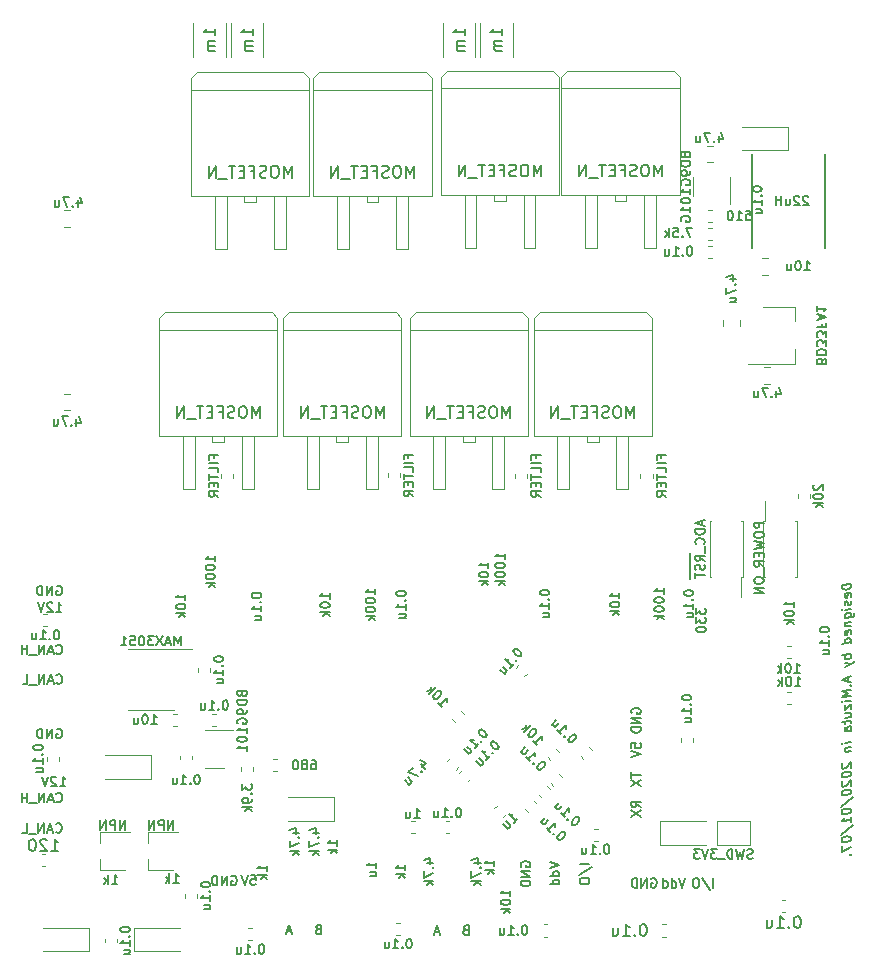
<source format=gbr>
G04 #@! TF.GenerationSoftware,KiCad,Pcbnew,(5.1.5)-3*
G04 #@! TF.CreationDate,2020-04-28T04:20:22+09:00*
G04 #@! TF.ProjectId,NormalMD,4e6f726d-616c-44d4-942e-6b696361645f,rev?*
G04 #@! TF.SameCoordinates,Original*
G04 #@! TF.FileFunction,Legend,Bot*
G04 #@! TF.FilePolarity,Positive*
%FSLAX46Y46*%
G04 Gerber Fmt 4.6, Leading zero omitted, Abs format (unit mm)*
G04 Created by KiCad (PCBNEW (5.1.5)-3) date 2020-04-28 04:20:22*
%MOMM*%
%LPD*%
G04 APERTURE LIST*
%ADD10C,0.150000*%
%ADD11C,0.200000*%
%ADD12C,0.100000*%
%ADD13C,0.120000*%
G04 APERTURE END LIST*
D10*
X112140476Y-132133333D02*
X111759523Y-132133333D01*
X112216666Y-132361904D02*
X111950000Y-131561904D01*
X111683333Y-132361904D01*
X114392857Y-131942857D02*
X114278571Y-131980952D01*
X114240476Y-132019047D01*
X114202380Y-132095238D01*
X114202380Y-132209523D01*
X114240476Y-132285714D01*
X114278571Y-132323809D01*
X114354761Y-132361904D01*
X114659523Y-132361904D01*
X114659523Y-131561904D01*
X114392857Y-131561904D01*
X114316666Y-131600000D01*
X114278571Y-131638095D01*
X114240476Y-131714285D01*
X114240476Y-131790476D01*
X114278571Y-131866666D01*
X114316666Y-131904761D01*
X114392857Y-131942857D01*
X114659523Y-131942857D01*
X101892857Y-131892857D02*
X101778571Y-131930952D01*
X101740476Y-131969047D01*
X101702380Y-132045238D01*
X101702380Y-132159523D01*
X101740476Y-132235714D01*
X101778571Y-132273809D01*
X101854761Y-132311904D01*
X102159523Y-132311904D01*
X102159523Y-131511904D01*
X101892857Y-131511904D01*
X101816666Y-131550000D01*
X101778571Y-131588095D01*
X101740476Y-131664285D01*
X101740476Y-131740476D01*
X101778571Y-131816666D01*
X101816666Y-131854761D01*
X101892857Y-131892857D01*
X102159523Y-131892857D01*
X99640476Y-132083333D02*
X99259523Y-132083333D01*
X99716666Y-132311904D02*
X99450000Y-131511904D01*
X99183333Y-132311904D01*
X121511904Y-126209523D02*
X122311904Y-126476190D01*
X121511904Y-126742857D01*
X122311904Y-127352380D02*
X121511904Y-127352380D01*
X122273809Y-127352380D02*
X122311904Y-127276190D01*
X122311904Y-127123809D01*
X122273809Y-127047619D01*
X122235714Y-127009523D01*
X122159523Y-126971428D01*
X121930952Y-126971428D01*
X121854761Y-127009523D01*
X121816666Y-127047619D01*
X121778571Y-127123809D01*
X121778571Y-127276190D01*
X121816666Y-127352380D01*
X122311904Y-128076190D02*
X121511904Y-128076190D01*
X122273809Y-128076190D02*
X122311904Y-128000000D01*
X122311904Y-127847619D01*
X122273809Y-127771428D01*
X122235714Y-127733333D01*
X122159523Y-127695238D01*
X121930952Y-127695238D01*
X121854761Y-127733333D01*
X121816666Y-127771428D01*
X121778571Y-127847619D01*
X121778571Y-128000000D01*
X121816666Y-128076190D01*
X80045238Y-119761904D02*
X80502380Y-119761904D01*
X80273809Y-119761904D02*
X80273809Y-118961904D01*
X80350000Y-119076190D01*
X80426190Y-119152380D01*
X80502380Y-119190476D01*
X79740476Y-119038095D02*
X79702380Y-119000000D01*
X79626190Y-118961904D01*
X79435714Y-118961904D01*
X79359523Y-119000000D01*
X79321428Y-119038095D01*
X79283333Y-119114285D01*
X79283333Y-119190476D01*
X79321428Y-119304761D01*
X79778571Y-119761904D01*
X79283333Y-119761904D01*
X79054761Y-118961904D02*
X78788095Y-119761904D01*
X78521428Y-118961904D01*
X79759523Y-114950000D02*
X79835714Y-114911904D01*
X79950000Y-114911904D01*
X80064285Y-114950000D01*
X80140476Y-115026190D01*
X80178571Y-115102380D01*
X80216666Y-115254761D01*
X80216666Y-115369047D01*
X80178571Y-115521428D01*
X80140476Y-115597619D01*
X80064285Y-115673809D01*
X79950000Y-115711904D01*
X79873809Y-115711904D01*
X79759523Y-115673809D01*
X79721428Y-115635714D01*
X79721428Y-115369047D01*
X79873809Y-115369047D01*
X79378571Y-115711904D02*
X79378571Y-114911904D01*
X78921428Y-115711904D01*
X78921428Y-114911904D01*
X78540476Y-115711904D02*
X78540476Y-114911904D01*
X78350000Y-114911904D01*
X78235714Y-114950000D01*
X78159523Y-115026190D01*
X78121428Y-115102380D01*
X78083333Y-115254761D01*
X78083333Y-115369047D01*
X78121428Y-115521428D01*
X78159523Y-115597619D01*
X78235714Y-115673809D01*
X78350000Y-115711904D01*
X78540476Y-115711904D01*
X79738095Y-121085714D02*
X79776190Y-121123809D01*
X79890476Y-121161904D01*
X79966666Y-121161904D01*
X80080952Y-121123809D01*
X80157142Y-121047619D01*
X80195238Y-120971428D01*
X80233333Y-120819047D01*
X80233333Y-120704761D01*
X80195238Y-120552380D01*
X80157142Y-120476190D01*
X80080952Y-120400000D01*
X79966666Y-120361904D01*
X79890476Y-120361904D01*
X79776190Y-120400000D01*
X79738095Y-120438095D01*
X79433333Y-120933333D02*
X79052380Y-120933333D01*
X79509523Y-121161904D02*
X79242857Y-120361904D01*
X78976190Y-121161904D01*
X78709523Y-121161904D02*
X78709523Y-120361904D01*
X78252380Y-121161904D01*
X78252380Y-120361904D01*
X78061904Y-121238095D02*
X77452380Y-121238095D01*
X77261904Y-121161904D02*
X77261904Y-120361904D01*
X77261904Y-120742857D02*
X76804761Y-120742857D01*
X76804761Y-121161904D02*
X76804761Y-120361904D01*
X79692857Y-123635714D02*
X79730952Y-123673809D01*
X79845238Y-123711904D01*
X79921428Y-123711904D01*
X80035714Y-123673809D01*
X80111904Y-123597619D01*
X80150000Y-123521428D01*
X80188095Y-123369047D01*
X80188095Y-123254761D01*
X80150000Y-123102380D01*
X80111904Y-123026190D01*
X80035714Y-122950000D01*
X79921428Y-122911904D01*
X79845238Y-122911904D01*
X79730952Y-122950000D01*
X79692857Y-122988095D01*
X79388095Y-123483333D02*
X79007142Y-123483333D01*
X79464285Y-123711904D02*
X79197619Y-122911904D01*
X78930952Y-123711904D01*
X78664285Y-123711904D02*
X78664285Y-122911904D01*
X78207142Y-123711904D01*
X78207142Y-122911904D01*
X78016666Y-123788095D02*
X77407142Y-123788095D01*
X76835714Y-123711904D02*
X77216666Y-123711904D01*
X77216666Y-122911904D01*
X79742857Y-111035714D02*
X79780952Y-111073809D01*
X79895238Y-111111904D01*
X79971428Y-111111904D01*
X80085714Y-111073809D01*
X80161904Y-110997619D01*
X80200000Y-110921428D01*
X80238095Y-110769047D01*
X80238095Y-110654761D01*
X80200000Y-110502380D01*
X80161904Y-110426190D01*
X80085714Y-110350000D01*
X79971428Y-110311904D01*
X79895238Y-110311904D01*
X79780952Y-110350000D01*
X79742857Y-110388095D01*
X79438095Y-110883333D02*
X79057142Y-110883333D01*
X79514285Y-111111904D02*
X79247619Y-110311904D01*
X78980952Y-111111904D01*
X78714285Y-111111904D02*
X78714285Y-110311904D01*
X78257142Y-111111904D01*
X78257142Y-110311904D01*
X78066666Y-111188095D02*
X77457142Y-111188095D01*
X76885714Y-111111904D02*
X77266666Y-111111904D01*
X77266666Y-110311904D01*
X79738095Y-108535714D02*
X79776190Y-108573809D01*
X79890476Y-108611904D01*
X79966666Y-108611904D01*
X80080952Y-108573809D01*
X80157142Y-108497619D01*
X80195238Y-108421428D01*
X80233333Y-108269047D01*
X80233333Y-108154761D01*
X80195238Y-108002380D01*
X80157142Y-107926190D01*
X80080952Y-107850000D01*
X79966666Y-107811904D01*
X79890476Y-107811904D01*
X79776190Y-107850000D01*
X79738095Y-107888095D01*
X79433333Y-108383333D02*
X79052380Y-108383333D01*
X79509523Y-108611904D02*
X79242857Y-107811904D01*
X78976190Y-108611904D01*
X78709523Y-108611904D02*
X78709523Y-107811904D01*
X78252380Y-108611904D01*
X78252380Y-107811904D01*
X78061904Y-108688095D02*
X77452380Y-108688095D01*
X77261904Y-108611904D02*
X77261904Y-107811904D01*
X77261904Y-108192857D02*
X76804761Y-108192857D01*
X76804761Y-108611904D02*
X76804761Y-107811904D01*
X79695238Y-105011904D02*
X80152380Y-105011904D01*
X79923809Y-105011904D02*
X79923809Y-104211904D01*
X80000000Y-104326190D01*
X80076190Y-104402380D01*
X80152380Y-104440476D01*
X79390476Y-104288095D02*
X79352380Y-104250000D01*
X79276190Y-104211904D01*
X79085714Y-104211904D01*
X79009523Y-104250000D01*
X78971428Y-104288095D01*
X78933333Y-104364285D01*
X78933333Y-104440476D01*
X78971428Y-104554761D01*
X79428571Y-105011904D01*
X78933333Y-105011904D01*
X78704761Y-104211904D02*
X78438095Y-105011904D01*
X78171428Y-104211904D01*
X79759523Y-102850000D02*
X79835714Y-102811904D01*
X79950000Y-102811904D01*
X80064285Y-102850000D01*
X80140476Y-102926190D01*
X80178571Y-103002380D01*
X80216666Y-103154761D01*
X80216666Y-103269047D01*
X80178571Y-103421428D01*
X80140476Y-103497619D01*
X80064285Y-103573809D01*
X79950000Y-103611904D01*
X79873809Y-103611904D01*
X79759523Y-103573809D01*
X79721428Y-103535714D01*
X79721428Y-103269047D01*
X79873809Y-103269047D01*
X79378571Y-103611904D02*
X79378571Y-102811904D01*
X78921428Y-103611904D01*
X78921428Y-102811904D01*
X78540476Y-103611904D02*
X78540476Y-102811904D01*
X78350000Y-102811904D01*
X78235714Y-102850000D01*
X78159523Y-102926190D01*
X78121428Y-103002380D01*
X78083333Y-103154761D01*
X78083333Y-103269047D01*
X78121428Y-103421428D01*
X78159523Y-103497619D01*
X78235714Y-103573809D01*
X78350000Y-103611904D01*
X78540476Y-103611904D01*
X96202380Y-127311904D02*
X96583333Y-127311904D01*
X96621428Y-127692857D01*
X96583333Y-127654761D01*
X96507142Y-127616666D01*
X96316666Y-127616666D01*
X96240476Y-127654761D01*
X96202380Y-127692857D01*
X96164285Y-127769047D01*
X96164285Y-127959523D01*
X96202380Y-128035714D01*
X96240476Y-128073809D01*
X96316666Y-128111904D01*
X96507142Y-128111904D01*
X96583333Y-128073809D01*
X96621428Y-128035714D01*
X95935714Y-127311904D02*
X95669047Y-128111904D01*
X95402380Y-127311904D01*
X94559523Y-127400000D02*
X94635714Y-127361904D01*
X94750000Y-127361904D01*
X94864285Y-127400000D01*
X94940476Y-127476190D01*
X94978571Y-127552380D01*
X95016666Y-127704761D01*
X95016666Y-127819047D01*
X94978571Y-127971428D01*
X94940476Y-128047619D01*
X94864285Y-128123809D01*
X94750000Y-128161904D01*
X94673809Y-128161904D01*
X94559523Y-128123809D01*
X94521428Y-128085714D01*
X94521428Y-127819047D01*
X94673809Y-127819047D01*
X94178571Y-128161904D02*
X94178571Y-127361904D01*
X93721428Y-128161904D01*
X93721428Y-127361904D01*
X93340476Y-128161904D02*
X93340476Y-127361904D01*
X93150000Y-127361904D01*
X93035714Y-127400000D01*
X92959523Y-127476190D01*
X92921428Y-127552380D01*
X92883333Y-127704761D01*
X92883333Y-127819047D01*
X92921428Y-127971428D01*
X92959523Y-128047619D01*
X93035714Y-128123809D01*
X93150000Y-128161904D01*
X93340476Y-128161904D01*
X129211904Y-121566666D02*
X128830952Y-121300000D01*
X129211904Y-121109523D02*
X128411904Y-121109523D01*
X128411904Y-121414285D01*
X128450000Y-121490476D01*
X128488095Y-121528571D01*
X128564285Y-121566666D01*
X128678571Y-121566666D01*
X128754761Y-121528571D01*
X128792857Y-121490476D01*
X128830952Y-121414285D01*
X128830952Y-121109523D01*
X128411904Y-121833333D02*
X129211904Y-122366666D01*
X128411904Y-122366666D02*
X129211904Y-121833333D01*
X128411904Y-118590476D02*
X128411904Y-119047619D01*
X129211904Y-118819047D02*
X128411904Y-118819047D01*
X128411904Y-119238095D02*
X129211904Y-119771428D01*
X128411904Y-119771428D02*
X129211904Y-119238095D01*
X128450000Y-113590476D02*
X128411904Y-113514285D01*
X128411904Y-113400000D01*
X128450000Y-113285714D01*
X128526190Y-113209523D01*
X128602380Y-113171428D01*
X128754761Y-113133333D01*
X128869047Y-113133333D01*
X129021428Y-113171428D01*
X129097619Y-113209523D01*
X129173809Y-113285714D01*
X129211904Y-113400000D01*
X129211904Y-113476190D01*
X129173809Y-113590476D01*
X129135714Y-113628571D01*
X128869047Y-113628571D01*
X128869047Y-113476190D01*
X129211904Y-113971428D02*
X128411904Y-113971428D01*
X129211904Y-114428571D01*
X128411904Y-114428571D01*
X129211904Y-114809523D02*
X128411904Y-114809523D01*
X128411904Y-115000000D01*
X128450000Y-115114285D01*
X128526190Y-115190476D01*
X128602380Y-115228571D01*
X128754761Y-115266666D01*
X128869047Y-115266666D01*
X129021428Y-115228571D01*
X129097619Y-115190476D01*
X129173809Y-115114285D01*
X129211904Y-115000000D01*
X129211904Y-114809523D01*
X128411904Y-116547619D02*
X128411904Y-116166666D01*
X128792857Y-116128571D01*
X128754761Y-116166666D01*
X128716666Y-116242857D01*
X128716666Y-116433333D01*
X128754761Y-116509523D01*
X128792857Y-116547619D01*
X128869047Y-116585714D01*
X129059523Y-116585714D01*
X129135714Y-116547619D01*
X129173809Y-116509523D01*
X129211904Y-116433333D01*
X129211904Y-116242857D01*
X129173809Y-116166666D01*
X129135714Y-116128571D01*
X128411904Y-116814285D02*
X129211904Y-117080952D01*
X128411904Y-117347619D01*
X119100000Y-126590476D02*
X119061904Y-126514285D01*
X119061904Y-126400000D01*
X119100000Y-126285714D01*
X119176190Y-126209523D01*
X119252380Y-126171428D01*
X119404761Y-126133333D01*
X119519047Y-126133333D01*
X119671428Y-126171428D01*
X119747619Y-126209523D01*
X119823809Y-126285714D01*
X119861904Y-126400000D01*
X119861904Y-126476190D01*
X119823809Y-126590476D01*
X119785714Y-126628571D01*
X119519047Y-126628571D01*
X119519047Y-126476190D01*
X119861904Y-126971428D02*
X119061904Y-126971428D01*
X119861904Y-127428571D01*
X119061904Y-127428571D01*
X119861904Y-127809523D02*
X119061904Y-127809523D01*
X119061904Y-128000000D01*
X119100000Y-128114285D01*
X119176190Y-128190476D01*
X119252380Y-128228571D01*
X119404761Y-128266666D01*
X119519047Y-128266666D01*
X119671428Y-128228571D01*
X119747619Y-128190476D01*
X119823809Y-128114285D01*
X119861904Y-128000000D01*
X119861904Y-127809523D01*
X124861904Y-126361904D02*
X124061904Y-126361904D01*
X124023809Y-127314285D02*
X125052380Y-126628571D01*
X124061904Y-127733333D02*
X124061904Y-127885714D01*
X124100000Y-127961904D01*
X124176190Y-128038095D01*
X124328571Y-128076190D01*
X124595238Y-128076190D01*
X124747619Y-128038095D01*
X124823809Y-127961904D01*
X124861904Y-127885714D01*
X124861904Y-127733333D01*
X124823809Y-127657142D01*
X124747619Y-127580952D01*
X124595238Y-127542857D01*
X124328571Y-127542857D01*
X124176190Y-127580952D01*
X124100000Y-127657142D01*
X124061904Y-127733333D01*
X135338095Y-128361904D02*
X135338095Y-127561904D01*
X134385714Y-127523809D02*
X135071428Y-128552380D01*
X133966666Y-127561904D02*
X133814285Y-127561904D01*
X133738095Y-127600000D01*
X133661904Y-127676190D01*
X133623809Y-127828571D01*
X133623809Y-128095238D01*
X133661904Y-128247619D01*
X133738095Y-128323809D01*
X133814285Y-128361904D01*
X133966666Y-128361904D01*
X134042857Y-128323809D01*
X134119047Y-128247619D01*
X134157142Y-128095238D01*
X134157142Y-127828571D01*
X134119047Y-127676190D01*
X134042857Y-127600000D01*
X133966666Y-127561904D01*
X132990476Y-127561904D02*
X132723809Y-128361904D01*
X132457142Y-127561904D01*
X131847619Y-128361904D02*
X131847619Y-127561904D01*
X131847619Y-128323809D02*
X131923809Y-128361904D01*
X132076190Y-128361904D01*
X132152380Y-128323809D01*
X132190476Y-128285714D01*
X132228571Y-128209523D01*
X132228571Y-127980952D01*
X132190476Y-127904761D01*
X132152380Y-127866666D01*
X132076190Y-127828571D01*
X131923809Y-127828571D01*
X131847619Y-127866666D01*
X131123809Y-128361904D02*
X131123809Y-127561904D01*
X131123809Y-128323809D02*
X131200000Y-128361904D01*
X131352380Y-128361904D01*
X131428571Y-128323809D01*
X131466666Y-128285714D01*
X131504761Y-128209523D01*
X131504761Y-127980952D01*
X131466666Y-127904761D01*
X131428571Y-127866666D01*
X131352380Y-127828571D01*
X131200000Y-127828571D01*
X131123809Y-127866666D01*
X130109523Y-127600000D02*
X130185714Y-127561904D01*
X130300000Y-127561904D01*
X130414285Y-127600000D01*
X130490476Y-127676190D01*
X130528571Y-127752380D01*
X130566666Y-127904761D01*
X130566666Y-128019047D01*
X130528571Y-128171428D01*
X130490476Y-128247619D01*
X130414285Y-128323809D01*
X130300000Y-128361904D01*
X130223809Y-128361904D01*
X130109523Y-128323809D01*
X130071428Y-128285714D01*
X130071428Y-128019047D01*
X130223809Y-128019047D01*
X129728571Y-128361904D02*
X129728571Y-127561904D01*
X129271428Y-128361904D01*
X129271428Y-127561904D01*
X128890476Y-128361904D02*
X128890476Y-127561904D01*
X128700000Y-127561904D01*
X128585714Y-127600000D01*
X128509523Y-127676190D01*
X128471428Y-127752380D01*
X128433333Y-127904761D01*
X128433333Y-128019047D01*
X128471428Y-128171428D01*
X128509523Y-128247619D01*
X128585714Y-128323809D01*
X128700000Y-128361904D01*
X128890476Y-128361904D01*
D11*
X147011904Y-102625238D02*
X146211904Y-102725238D01*
X146211904Y-102915714D01*
X146250000Y-103025238D01*
X146326190Y-103091904D01*
X146402380Y-103120476D01*
X146554761Y-103139523D01*
X146669047Y-103125238D01*
X146821428Y-103068095D01*
X146897619Y-103020476D01*
X146973809Y-102934761D01*
X147011904Y-102815714D01*
X147011904Y-102625238D01*
X146973809Y-103734761D02*
X147011904Y-103653809D01*
X147011904Y-103501428D01*
X146973809Y-103430000D01*
X146897619Y-103401428D01*
X146592857Y-103439523D01*
X146516666Y-103487142D01*
X146478571Y-103568095D01*
X146478571Y-103720476D01*
X146516666Y-103791904D01*
X146592857Y-103820476D01*
X146669047Y-103810952D01*
X146745238Y-103420476D01*
X146973809Y-104077619D02*
X147011904Y-104149047D01*
X147011904Y-104301428D01*
X146973809Y-104382380D01*
X146897619Y-104430000D01*
X146859523Y-104434761D01*
X146783333Y-104406190D01*
X146745238Y-104334761D01*
X146745238Y-104220476D01*
X146707142Y-104149047D01*
X146630952Y-104120476D01*
X146592857Y-104125238D01*
X146516666Y-104172857D01*
X146478571Y-104253809D01*
X146478571Y-104368095D01*
X146516666Y-104439523D01*
X147011904Y-104758571D02*
X146478571Y-104825238D01*
X146211904Y-104858571D02*
X146250000Y-104815714D01*
X146288095Y-104849047D01*
X146250000Y-104891904D01*
X146211904Y-104858571D01*
X146288095Y-104849047D01*
X146478571Y-105549047D02*
X147126190Y-105468095D01*
X147202380Y-105420476D01*
X147240476Y-105377619D01*
X147278571Y-105296666D01*
X147278571Y-105182380D01*
X147240476Y-105110952D01*
X146973809Y-105487142D02*
X147011904Y-105406190D01*
X147011904Y-105253809D01*
X146973809Y-105182380D01*
X146935714Y-105149047D01*
X146859523Y-105120476D01*
X146630952Y-105149047D01*
X146554761Y-105196666D01*
X146516666Y-105239523D01*
X146478571Y-105320476D01*
X146478571Y-105472857D01*
X146516666Y-105544285D01*
X146478571Y-105930000D02*
X147011904Y-105863333D01*
X146554761Y-105920476D02*
X146516666Y-105963333D01*
X146478571Y-106044285D01*
X146478571Y-106158571D01*
X146516666Y-106230000D01*
X146592857Y-106258571D01*
X147011904Y-106206190D01*
X146973809Y-106896666D02*
X147011904Y-106815714D01*
X147011904Y-106663333D01*
X146973809Y-106591904D01*
X146897619Y-106563333D01*
X146592857Y-106601428D01*
X146516666Y-106649047D01*
X146478571Y-106730000D01*
X146478571Y-106882380D01*
X146516666Y-106953809D01*
X146592857Y-106982380D01*
X146669047Y-106972857D01*
X146745238Y-106582380D01*
X147011904Y-107615714D02*
X146211904Y-107715714D01*
X146973809Y-107620476D02*
X147011904Y-107539523D01*
X147011904Y-107387142D01*
X146973809Y-107315714D01*
X146935714Y-107282380D01*
X146859523Y-107253809D01*
X146630952Y-107282380D01*
X146554761Y-107330000D01*
X146516666Y-107372857D01*
X146478571Y-107453809D01*
X146478571Y-107606190D01*
X146516666Y-107677619D01*
X147011904Y-108606190D02*
X146211904Y-108706190D01*
X146516666Y-108668095D02*
X146478571Y-108749047D01*
X146478571Y-108901428D01*
X146516666Y-108972857D01*
X146554761Y-109006190D01*
X146630952Y-109034761D01*
X146859523Y-109006190D01*
X146935714Y-108958571D01*
X146973809Y-108915714D01*
X147011904Y-108834761D01*
X147011904Y-108682380D01*
X146973809Y-108610952D01*
X146478571Y-109320476D02*
X147011904Y-109444285D01*
X146478571Y-109701428D02*
X147011904Y-109444285D01*
X147202380Y-109344285D01*
X147240476Y-109301428D01*
X147278571Y-109220476D01*
X146783333Y-110539523D02*
X146783333Y-110920476D01*
X147011904Y-110434761D02*
X146211904Y-110801428D01*
X147011904Y-110968095D01*
X146935714Y-111244285D02*
X146973809Y-111277619D01*
X147011904Y-111234761D01*
X146973809Y-111201428D01*
X146935714Y-111244285D01*
X147011904Y-111234761D01*
X147011904Y-111615714D02*
X146211904Y-111715714D01*
X146783333Y-111910952D01*
X146211904Y-112249047D01*
X147011904Y-112149047D01*
X147011904Y-112530000D02*
X146478571Y-112596666D01*
X146211904Y-112630000D02*
X146250000Y-112587142D01*
X146288095Y-112620476D01*
X146250000Y-112663333D01*
X146211904Y-112630000D01*
X146288095Y-112620476D01*
X146478571Y-112901428D02*
X146478571Y-113320476D01*
X147011904Y-112834761D01*
X147011904Y-113253809D01*
X146478571Y-113968095D02*
X147011904Y-113901428D01*
X146478571Y-113625238D02*
X146897619Y-113572857D01*
X146973809Y-113601428D01*
X147011904Y-113672857D01*
X147011904Y-113787142D01*
X146973809Y-113868095D01*
X146935714Y-113910952D01*
X146478571Y-114234761D02*
X146478571Y-114539523D01*
X146211904Y-114382380D02*
X146897619Y-114296666D01*
X146973809Y-114325238D01*
X147011904Y-114396666D01*
X147011904Y-114472857D01*
X147011904Y-115082380D02*
X146592857Y-115134761D01*
X146516666Y-115106190D01*
X146478571Y-115034761D01*
X146478571Y-114882380D01*
X146516666Y-114801428D01*
X146973809Y-115087142D02*
X147011904Y-115006190D01*
X147011904Y-114815714D01*
X146973809Y-114744285D01*
X146897619Y-114715714D01*
X146821428Y-114725238D01*
X146745238Y-114772857D01*
X146707142Y-114853809D01*
X146707142Y-115044285D01*
X146669047Y-115125238D01*
X147011904Y-116072857D02*
X146478571Y-116139523D01*
X146211904Y-116172857D02*
X146250000Y-116130000D01*
X146288095Y-116163333D01*
X146250000Y-116206190D01*
X146211904Y-116172857D01*
X146288095Y-116163333D01*
X146478571Y-116520476D02*
X147011904Y-116453809D01*
X146554761Y-116510952D02*
X146516666Y-116553809D01*
X146478571Y-116634761D01*
X146478571Y-116749047D01*
X146516666Y-116820476D01*
X146592857Y-116849047D01*
X147011904Y-116796666D01*
X146288095Y-117839523D02*
X146250000Y-117882380D01*
X146211904Y-117963333D01*
X146211904Y-118153809D01*
X146250000Y-118225238D01*
X146288095Y-118258571D01*
X146364285Y-118287142D01*
X146440476Y-118277619D01*
X146554761Y-118225238D01*
X147011904Y-117710952D01*
X147011904Y-118206190D01*
X146211904Y-118801428D02*
X146211904Y-118877619D01*
X146250000Y-118949047D01*
X146288095Y-118982380D01*
X146364285Y-119010952D01*
X146516666Y-119030000D01*
X146707142Y-119006190D01*
X146859523Y-118949047D01*
X146935714Y-118901428D01*
X146973809Y-118858571D01*
X147011904Y-118777619D01*
X147011904Y-118701428D01*
X146973809Y-118630000D01*
X146935714Y-118596666D01*
X146859523Y-118568095D01*
X146707142Y-118549047D01*
X146516666Y-118572857D01*
X146364285Y-118630000D01*
X146288095Y-118677619D01*
X146250000Y-118720476D01*
X146211904Y-118801428D01*
X146288095Y-119363333D02*
X146250000Y-119406190D01*
X146211904Y-119487142D01*
X146211904Y-119677619D01*
X146250000Y-119749047D01*
X146288095Y-119782380D01*
X146364285Y-119810952D01*
X146440476Y-119801428D01*
X146554761Y-119749047D01*
X147011904Y-119234761D01*
X147011904Y-119730000D01*
X146211904Y-120325238D02*
X146211904Y-120401428D01*
X146250000Y-120472857D01*
X146288095Y-120506190D01*
X146364285Y-120534761D01*
X146516666Y-120553809D01*
X146707142Y-120530000D01*
X146859523Y-120472857D01*
X146935714Y-120425238D01*
X146973809Y-120382380D01*
X147011904Y-120301428D01*
X147011904Y-120225238D01*
X146973809Y-120153809D01*
X146935714Y-120120476D01*
X146859523Y-120091904D01*
X146707142Y-120072857D01*
X146516666Y-120096666D01*
X146364285Y-120153809D01*
X146288095Y-120201428D01*
X146250000Y-120244285D01*
X146211904Y-120325238D01*
X146173809Y-121510952D02*
X147202380Y-120696666D01*
X146211904Y-121925238D02*
X146211904Y-122001428D01*
X146250000Y-122072857D01*
X146288095Y-122106190D01*
X146364285Y-122134761D01*
X146516666Y-122153809D01*
X146707142Y-122130000D01*
X146859523Y-122072857D01*
X146935714Y-122025238D01*
X146973809Y-121982380D01*
X147011904Y-121901428D01*
X147011904Y-121825238D01*
X146973809Y-121753809D01*
X146935714Y-121720476D01*
X146859523Y-121691904D01*
X146707142Y-121672857D01*
X146516666Y-121696666D01*
X146364285Y-121753809D01*
X146288095Y-121801428D01*
X146250000Y-121844285D01*
X146211904Y-121925238D01*
X147011904Y-122853809D02*
X147011904Y-122396666D01*
X147011904Y-122625238D02*
X146211904Y-122725238D01*
X146326190Y-122634761D01*
X146402380Y-122549047D01*
X146440476Y-122468095D01*
X146173809Y-123872857D02*
X147202380Y-123058571D01*
X146211904Y-124287142D02*
X146211904Y-124363333D01*
X146250000Y-124434761D01*
X146288095Y-124468095D01*
X146364285Y-124496666D01*
X146516666Y-124515714D01*
X146707142Y-124491904D01*
X146859523Y-124434761D01*
X146935714Y-124387142D01*
X146973809Y-124344285D01*
X147011904Y-124263333D01*
X147011904Y-124187142D01*
X146973809Y-124115714D01*
X146935714Y-124082380D01*
X146859523Y-124053809D01*
X146707142Y-124034761D01*
X146516666Y-124058571D01*
X146364285Y-124115714D01*
X146288095Y-124163333D01*
X146250000Y-124206190D01*
X146211904Y-124287142D01*
X146211904Y-124820476D02*
X146211904Y-125353809D01*
X147011904Y-124910952D01*
X146935714Y-125568095D02*
X146973809Y-125601428D01*
X147011904Y-125558571D01*
X146973809Y-125525238D01*
X146935714Y-125568095D01*
X147011904Y-125558571D01*
D12*
X109650000Y-90150000D02*
X119650000Y-90150000D01*
X109650000Y-90150000D02*
X109650000Y-81150000D01*
X109650000Y-81150000D02*
X119650000Y-81150000D01*
X119650000Y-81150000D02*
X119650000Y-90150000D01*
X119650000Y-81150000D02*
X119650000Y-80150000D01*
X109650000Y-81150000D02*
X109650000Y-80150000D01*
X109650000Y-80150000D02*
X110150000Y-79650000D01*
X119150000Y-79650000D02*
X119650000Y-80150000D01*
X110150000Y-79650000D02*
X119150000Y-79650000D01*
X116650000Y-94650000D02*
X116650000Y-90150000D01*
X117650000Y-94650000D02*
X116650000Y-94650000D01*
X117650000Y-90150000D02*
X117650000Y-94650000D01*
X111650000Y-94650000D02*
X111650000Y-90150000D01*
X112650000Y-94650000D02*
X111650000Y-94650000D01*
X112650000Y-90150000D02*
X112650000Y-94650000D01*
X114150000Y-90650000D02*
X114150000Y-90150000D01*
X115150000Y-90650000D02*
X114150000Y-90650000D01*
X115150000Y-90150000D02*
X115150000Y-90650000D01*
X117800000Y-69700000D02*
X117800000Y-70200000D01*
X117800000Y-70200000D02*
X116800000Y-70200000D01*
X116800000Y-70200000D02*
X116800000Y-69700000D01*
X115300000Y-69700000D02*
X115300000Y-74200000D01*
X115300000Y-74200000D02*
X114300000Y-74200000D01*
X114300000Y-74200000D02*
X114300000Y-69700000D01*
X120300000Y-69700000D02*
X120300000Y-74200000D01*
X120300000Y-74200000D02*
X119300000Y-74200000D01*
X119300000Y-74200000D02*
X119300000Y-69700000D01*
X112800000Y-59200000D02*
X121800000Y-59200000D01*
X121800000Y-59200000D02*
X122300000Y-59700000D01*
X112300000Y-59700000D02*
X112800000Y-59200000D01*
X112300000Y-60700000D02*
X112300000Y-59700000D01*
X122300000Y-60700000D02*
X122300000Y-59700000D01*
X122300000Y-60700000D02*
X122300000Y-69700000D01*
X112300000Y-60700000D02*
X122300000Y-60700000D01*
X112300000Y-69700000D02*
X112300000Y-60700000D01*
X112300000Y-69700000D02*
X122300000Y-69700000D01*
D13*
X113504478Y-114350727D02*
X113274273Y-114120522D01*
X114225727Y-113629478D02*
X113995522Y-113399273D01*
X141700000Y-63950000D02*
X141700000Y-65950000D01*
X141700000Y-65950000D02*
X137800000Y-65950000D01*
X141700000Y-63950000D02*
X137800000Y-63950000D01*
X87750000Y-117150000D02*
X87750000Y-119150000D01*
X87750000Y-119150000D02*
X83850000Y-119150000D01*
X87750000Y-117150000D02*
X83850000Y-117150000D01*
X78812779Y-125540000D02*
X78487221Y-125540000D01*
X78812779Y-126560000D02*
X78487221Y-126560000D01*
X141462779Y-129390000D02*
X141137221Y-129390000D01*
X141462779Y-130410000D02*
X141137221Y-130410000D01*
X119424273Y-121720522D02*
X119654478Y-121950727D01*
X120145522Y-120999273D02*
X120375727Y-121229478D01*
X124845522Y-116499273D02*
X125075727Y-116729478D01*
X124124273Y-117220522D02*
X124354478Y-117450727D01*
X78637221Y-105240000D02*
X78962779Y-105240000D01*
X78637221Y-106260000D02*
X78962779Y-106260000D01*
X118612076Y-109804712D02*
X118829917Y-109562775D01*
X119370083Y-110487225D02*
X119587924Y-110245288D01*
X117775727Y-122145522D02*
X117545522Y-122375727D01*
X117054478Y-121424273D02*
X116824273Y-121654478D01*
X79960000Y-117287221D02*
X79960000Y-117612779D01*
X78940000Y-117287221D02*
X78940000Y-117612779D01*
X132615000Y-115737221D02*
X132615000Y-116062779D01*
X133635000Y-115737221D02*
X133635000Y-116062779D01*
X120987221Y-131490000D02*
X121312779Y-131490000D01*
X120987221Y-132510000D02*
X121312779Y-132510000D01*
X135212779Y-74040000D02*
X134887221Y-74040000D01*
X135212779Y-75060000D02*
X134887221Y-75060000D01*
X139491422Y-76460000D02*
X140008578Y-76460000D01*
X139491422Y-75040000D02*
X140008578Y-75040000D01*
X136190000Y-80291422D02*
X136190000Y-80808578D01*
X137610000Y-80291422D02*
X137610000Y-80808578D01*
X139666422Y-84290000D02*
X140183578Y-84290000D01*
X139666422Y-85710000D02*
X140183578Y-85710000D01*
X130850000Y-124750000D02*
X134750000Y-124750000D01*
X130850000Y-122750000D02*
X134750000Y-122750000D01*
X130850000Y-124750000D02*
X130850000Y-122750000D01*
X103250000Y-120700000D02*
X103250000Y-122700000D01*
X103250000Y-122700000D02*
X99350000Y-122700000D01*
X103250000Y-120700000D02*
X99350000Y-120700000D01*
X138500000Y-124750000D02*
X138500000Y-122750000D01*
X135700000Y-124750000D02*
X138500000Y-124750000D01*
X135700000Y-122750000D02*
X135700000Y-124750000D01*
X138500000Y-122750000D02*
X135700000Y-122750000D01*
D10*
X144850000Y-66250000D02*
X144850000Y-74250000D01*
X138650000Y-66250000D02*
X138650000Y-74250000D01*
D13*
X141912779Y-108970000D02*
X141587221Y-108970000D01*
X141912779Y-107950000D02*
X141587221Y-107950000D01*
X141962779Y-112800000D02*
X141637221Y-112800000D01*
X141962779Y-111780000D02*
X141637221Y-111780000D01*
X121324273Y-117345522D02*
X121554478Y-117575727D01*
X122045522Y-116624273D02*
X122275727Y-116854478D01*
X135212779Y-73510000D02*
X134887221Y-73510000D01*
X135212779Y-72490000D02*
X134887221Y-72490000D01*
X134887221Y-72010000D02*
X135212779Y-72010000D01*
X134887221Y-70990000D02*
X135212779Y-70990000D01*
X94710000Y-93337221D02*
X94710000Y-93662779D01*
X93690000Y-93337221D02*
X93690000Y-93662779D01*
X107840000Y-93612779D02*
X107840000Y-93287221D01*
X108860000Y-93612779D02*
X108860000Y-93287221D01*
X96410000Y-118462779D02*
X96410000Y-118137221D01*
X95390000Y-118462779D02*
X95390000Y-118137221D01*
X98087221Y-118510000D02*
X98412779Y-118510000D01*
X98087221Y-117490000D02*
X98412779Y-117490000D01*
X142490000Y-95362779D02*
X142490000Y-95037221D01*
X143510000Y-95362779D02*
X143510000Y-95037221D01*
X87750000Y-108190000D02*
X91200000Y-108190000D01*
X87750000Y-108190000D02*
X85800000Y-108190000D01*
X87750000Y-113310000D02*
X89700000Y-113310000D01*
X87750000Y-113310000D02*
X85800000Y-113310000D01*
X93950000Y-118200000D02*
X92350000Y-118200000D01*
X92350000Y-115000000D02*
X94650000Y-115000000D01*
X137700000Y-102100000D02*
X137700000Y-103800000D01*
X135200000Y-97300000D02*
X135050000Y-97300000D01*
X135050000Y-97300000D02*
X135050000Y-102100000D01*
X135050000Y-102100000D02*
X135200000Y-102100000D01*
X137700000Y-102100000D02*
X137850000Y-102100000D01*
X137850000Y-102100000D02*
X137850000Y-97300000D01*
X137850000Y-97300000D02*
X137700000Y-97300000D01*
X136800000Y-68200000D02*
X136800000Y-70500000D01*
X133600000Y-69800000D02*
X133600000Y-68200000D01*
X142280000Y-80400000D02*
X142280000Y-79200000D01*
X142280000Y-79200000D02*
X139580000Y-79200000D01*
X138280000Y-84000000D02*
X142280000Y-84000000D01*
X142280000Y-84000000D02*
X142280000Y-82800000D01*
X139600000Y-102100000D02*
X139750000Y-102100000D01*
X139600000Y-97300000D02*
X139600000Y-102100000D01*
X139750000Y-97300000D02*
X139600000Y-97300000D01*
X142400000Y-97300000D02*
X142250000Y-97300000D01*
X142400000Y-102100000D02*
X142400000Y-97300000D01*
X142250000Y-102100000D02*
X142400000Y-102100000D01*
X139750000Y-97300000D02*
X139750000Y-95600000D01*
X134791422Y-66960000D02*
X135308578Y-66960000D01*
X134791422Y-65540000D02*
X135308578Y-65540000D01*
X95987221Y-132810000D02*
X96312779Y-132810000D01*
X95987221Y-131790000D02*
X96312779Y-131790000D01*
X90190000Y-117187221D02*
X90190000Y-117512779D01*
X91210000Y-117187221D02*
X91210000Y-117512779D01*
X92937221Y-114660000D02*
X93262779Y-114660000D01*
X92937221Y-113640000D02*
X93262779Y-113640000D01*
X92760000Y-110112779D02*
X92760000Y-109787221D01*
X91740000Y-110112779D02*
X91740000Y-109787221D01*
X80908578Y-71040000D02*
X80391422Y-71040000D01*
X80908578Y-72460000D02*
X80391422Y-72460000D01*
X80908578Y-87960000D02*
X80391422Y-87960000D01*
X80908578Y-86540000D02*
X80391422Y-86540000D01*
X108487221Y-132410000D02*
X108812779Y-132410000D01*
X108487221Y-131390000D02*
X108812779Y-131390000D01*
X130987221Y-132510000D02*
X131312779Y-132510000D01*
X130987221Y-131490000D02*
X131312779Y-131490000D01*
X89937779Y-113640000D02*
X89612221Y-113640000D01*
X89937779Y-114660000D02*
X89612221Y-114660000D01*
X118590000Y-93337221D02*
X118590000Y-93662779D01*
X119610000Y-93337221D02*
X119610000Y-93662779D01*
X130210000Y-93337221D02*
X130210000Y-93662779D01*
X129190000Y-93337221D02*
X129190000Y-93662779D01*
X114054478Y-118424273D02*
X113824273Y-118654478D01*
X114775727Y-119145522D02*
X114545522Y-119375727D01*
X122295522Y-118774273D02*
X122525727Y-119004478D01*
X121574273Y-119495522D02*
X121804478Y-119725727D01*
X113775727Y-118145522D02*
X113545522Y-118375727D01*
X113054478Y-117424273D02*
X112824273Y-117654478D01*
X120574273Y-120495522D02*
X120804478Y-120725727D01*
X121295522Y-119774273D02*
X121525727Y-120004478D01*
X125237221Y-123390000D02*
X125562779Y-123390000D01*
X125237221Y-124410000D02*
X125562779Y-124410000D01*
X113012779Y-122690000D02*
X112687221Y-122690000D01*
X113012779Y-123710000D02*
X112687221Y-123710000D01*
X109737221Y-122690000D02*
X110062779Y-122690000D01*
X109737221Y-123710000D02*
X110062779Y-123710000D01*
D12*
X91150000Y-69800000D02*
X101150000Y-69800000D01*
X91150000Y-69800000D02*
X91150000Y-60800000D01*
X91150000Y-60800000D02*
X101150000Y-60800000D01*
X101150000Y-60800000D02*
X101150000Y-69800000D01*
X101150000Y-60800000D02*
X101150000Y-59800000D01*
X91150000Y-60800000D02*
X91150000Y-59800000D01*
X91150000Y-59800000D02*
X91650000Y-59300000D01*
X100650000Y-59300000D02*
X101150000Y-59800000D01*
X91650000Y-59300000D02*
X100650000Y-59300000D01*
X98150000Y-74300000D02*
X98150000Y-69800000D01*
X99150000Y-74300000D02*
X98150000Y-74300000D01*
X99150000Y-69800000D02*
X99150000Y-74300000D01*
X93150000Y-74300000D02*
X93150000Y-69800000D01*
X94150000Y-74300000D02*
X93150000Y-74300000D01*
X94150000Y-69800000D02*
X94150000Y-74300000D01*
X95650000Y-70300000D02*
X95650000Y-69800000D01*
X96650000Y-70300000D02*
X95650000Y-70300000D01*
X96650000Y-69800000D02*
X96650000Y-70300000D01*
X93950000Y-90150000D02*
X93950000Y-90650000D01*
X93950000Y-90650000D02*
X92950000Y-90650000D01*
X92950000Y-90650000D02*
X92950000Y-90150000D01*
X91450000Y-90150000D02*
X91450000Y-94650000D01*
X91450000Y-94650000D02*
X90450000Y-94650000D01*
X90450000Y-94650000D02*
X90450000Y-90150000D01*
X96450000Y-90150000D02*
X96450000Y-94650000D01*
X96450000Y-94650000D02*
X95450000Y-94650000D01*
X95450000Y-94650000D02*
X95450000Y-90150000D01*
X88950000Y-79650000D02*
X97950000Y-79650000D01*
X97950000Y-79650000D02*
X98450000Y-80150000D01*
X88450000Y-80150000D02*
X88950000Y-79650000D01*
X88450000Y-81150000D02*
X88450000Y-80150000D01*
X98450000Y-81150000D02*
X98450000Y-80150000D01*
X98450000Y-81150000D02*
X98450000Y-90150000D01*
X88450000Y-81150000D02*
X98450000Y-81150000D01*
X88450000Y-90150000D02*
X88450000Y-81150000D01*
X88450000Y-90150000D02*
X98450000Y-90150000D01*
X101500000Y-69800000D02*
X111500000Y-69800000D01*
X101500000Y-69800000D02*
X101500000Y-60800000D01*
X101500000Y-60800000D02*
X111500000Y-60800000D01*
X111500000Y-60800000D02*
X111500000Y-69800000D01*
X111500000Y-60800000D02*
X111500000Y-59800000D01*
X101500000Y-60800000D02*
X101500000Y-59800000D01*
X101500000Y-59800000D02*
X102000000Y-59300000D01*
X111000000Y-59300000D02*
X111500000Y-59800000D01*
X102000000Y-59300000D02*
X111000000Y-59300000D01*
X108500000Y-74300000D02*
X108500000Y-69800000D01*
X109500000Y-74300000D02*
X108500000Y-74300000D01*
X109500000Y-69800000D02*
X109500000Y-74300000D01*
X103500000Y-74300000D02*
X103500000Y-69800000D01*
X104500000Y-74300000D02*
X103500000Y-74300000D01*
X104500000Y-69800000D02*
X104500000Y-74300000D01*
X106000000Y-70300000D02*
X106000000Y-69800000D01*
X107000000Y-70300000D02*
X106000000Y-70300000D01*
X107000000Y-69800000D02*
X107000000Y-70300000D01*
X104450000Y-90150000D02*
X104450000Y-90650000D01*
X104450000Y-90650000D02*
X103450000Y-90650000D01*
X103450000Y-90650000D02*
X103450000Y-90150000D01*
X101950000Y-90150000D02*
X101950000Y-94650000D01*
X101950000Y-94650000D02*
X100950000Y-94650000D01*
X100950000Y-94650000D02*
X100950000Y-90150000D01*
X106950000Y-90150000D02*
X106950000Y-94650000D01*
X106950000Y-94650000D02*
X105950000Y-94650000D01*
X105950000Y-94650000D02*
X105950000Y-90150000D01*
X99450000Y-79650000D02*
X108450000Y-79650000D01*
X108450000Y-79650000D02*
X108950000Y-80150000D01*
X98950000Y-80150000D02*
X99450000Y-79650000D01*
X98950000Y-81150000D02*
X98950000Y-80150000D01*
X108950000Y-81150000D02*
X108950000Y-80150000D01*
X108950000Y-81150000D02*
X108950000Y-90150000D01*
X98950000Y-81150000D02*
X108950000Y-81150000D01*
X98950000Y-90150000D02*
X98950000Y-81150000D01*
X98950000Y-90150000D02*
X108950000Y-90150000D01*
X122500000Y-69700000D02*
X132500000Y-69700000D01*
X122500000Y-69700000D02*
X122500000Y-60700000D01*
X122500000Y-60700000D02*
X132500000Y-60700000D01*
X132500000Y-60700000D02*
X132500000Y-69700000D01*
X132500000Y-60700000D02*
X132500000Y-59700000D01*
X122500000Y-60700000D02*
X122500000Y-59700000D01*
X122500000Y-59700000D02*
X123000000Y-59200000D01*
X132000000Y-59200000D02*
X132500000Y-59700000D01*
X123000000Y-59200000D02*
X132000000Y-59200000D01*
X129500000Y-74200000D02*
X129500000Y-69700000D01*
X130500000Y-74200000D02*
X129500000Y-74200000D01*
X130500000Y-69700000D02*
X130500000Y-74200000D01*
X124500000Y-74200000D02*
X124500000Y-69700000D01*
X125500000Y-74200000D02*
X124500000Y-74200000D01*
X125500000Y-69700000D02*
X125500000Y-74200000D01*
X127000000Y-70200000D02*
X127000000Y-69700000D01*
X128000000Y-70200000D02*
X127000000Y-70200000D01*
X128000000Y-69700000D02*
X128000000Y-70200000D01*
X125650000Y-90150000D02*
X125650000Y-90650000D01*
X125650000Y-90650000D02*
X124650000Y-90650000D01*
X124650000Y-90650000D02*
X124650000Y-90150000D01*
X123150000Y-90150000D02*
X123150000Y-94650000D01*
X123150000Y-94650000D02*
X122150000Y-94650000D01*
X122150000Y-94650000D02*
X122150000Y-90150000D01*
X128150000Y-90150000D02*
X128150000Y-94650000D01*
X128150000Y-94650000D02*
X127150000Y-94650000D01*
X127150000Y-94650000D02*
X127150000Y-90150000D01*
X120650000Y-79650000D02*
X129650000Y-79650000D01*
X129650000Y-79650000D02*
X130150000Y-80150000D01*
X120150000Y-80150000D02*
X120650000Y-79650000D01*
X120150000Y-81150000D02*
X120150000Y-80150000D01*
X130150000Y-81150000D02*
X130150000Y-80150000D01*
X130150000Y-81150000D02*
X130150000Y-90150000D01*
X120150000Y-81150000D02*
X130150000Y-81150000D01*
X120150000Y-90150000D02*
X120150000Y-81150000D01*
X120150000Y-90150000D02*
X130150000Y-90150000D01*
D13*
X83890000Y-132687221D02*
X83890000Y-133012779D01*
X84910000Y-132687221D02*
X84910000Y-133012779D01*
X90640000Y-129212779D02*
X90640000Y-128887221D01*
X91660000Y-129212779D02*
X91660000Y-128887221D01*
X82500000Y-131750000D02*
X78600000Y-131750000D01*
X82500000Y-133750000D02*
X78600000Y-133750000D01*
X82500000Y-131750000D02*
X82500000Y-133750000D01*
X86300000Y-133750000D02*
X86300000Y-131750000D01*
X86300000Y-131750000D02*
X90200000Y-131750000D01*
X86300000Y-133750000D02*
X90200000Y-133750000D01*
X83425000Y-123640000D02*
X83425000Y-124550000D01*
X83425000Y-125950000D02*
X83425000Y-126860000D01*
X86000000Y-123640000D02*
X83425000Y-123640000D01*
X85575000Y-126860000D02*
X83425000Y-126860000D01*
X89625000Y-126860000D02*
X87475000Y-126860000D01*
X90050000Y-123640000D02*
X87475000Y-123640000D01*
X87475000Y-125950000D02*
X87475000Y-126860000D01*
X87475000Y-123640000D02*
X87475000Y-124550000D01*
X94060000Y-55197936D02*
X94060000Y-58002064D01*
X91340000Y-55197936D02*
X91340000Y-58002064D01*
X94540000Y-55197936D02*
X94540000Y-58002064D01*
X97260000Y-55197936D02*
X97260000Y-58002064D01*
X115210000Y-55197936D02*
X115210000Y-58002064D01*
X112490000Y-55197936D02*
X112490000Y-58002064D01*
X115640000Y-55197936D02*
X115640000Y-58002064D01*
X118360000Y-55197936D02*
X118360000Y-58002064D01*
D10*
X118150000Y-88602380D02*
X118150000Y-87602380D01*
X117816666Y-88316666D01*
X117483333Y-87602380D01*
X117483333Y-88602380D01*
X116816666Y-87602380D02*
X116626190Y-87602380D01*
X116530952Y-87650000D01*
X116435714Y-87745238D01*
X116388095Y-87935714D01*
X116388095Y-88269047D01*
X116435714Y-88459523D01*
X116530952Y-88554761D01*
X116626190Y-88602380D01*
X116816666Y-88602380D01*
X116911904Y-88554761D01*
X117007142Y-88459523D01*
X117054761Y-88269047D01*
X117054761Y-87935714D01*
X117007142Y-87745238D01*
X116911904Y-87650000D01*
X116816666Y-87602380D01*
X116007142Y-88554761D02*
X115864285Y-88602380D01*
X115626190Y-88602380D01*
X115530952Y-88554761D01*
X115483333Y-88507142D01*
X115435714Y-88411904D01*
X115435714Y-88316666D01*
X115483333Y-88221428D01*
X115530952Y-88173809D01*
X115626190Y-88126190D01*
X115816666Y-88078571D01*
X115911904Y-88030952D01*
X115959523Y-87983333D01*
X116007142Y-87888095D01*
X116007142Y-87792857D01*
X115959523Y-87697619D01*
X115911904Y-87650000D01*
X115816666Y-87602380D01*
X115578571Y-87602380D01*
X115435714Y-87650000D01*
X114673809Y-88078571D02*
X115007142Y-88078571D01*
X115007142Y-88602380D02*
X115007142Y-87602380D01*
X114530952Y-87602380D01*
X114150000Y-88078571D02*
X113816666Y-88078571D01*
X113673809Y-88602380D02*
X114150000Y-88602380D01*
X114150000Y-87602380D01*
X113673809Y-87602380D01*
X113388095Y-87602380D02*
X112816666Y-87602380D01*
X113102380Y-88602380D02*
X113102380Y-87602380D01*
X112721428Y-88697619D02*
X111959523Y-88697619D01*
X111721428Y-88602380D02*
X111721428Y-87602380D01*
X111150000Y-88602380D01*
X111150000Y-87602380D01*
X120800000Y-68152380D02*
X120800000Y-67152380D01*
X120466666Y-67866666D01*
X120133333Y-67152380D01*
X120133333Y-68152380D01*
X119466666Y-67152380D02*
X119276190Y-67152380D01*
X119180952Y-67200000D01*
X119085714Y-67295238D01*
X119038095Y-67485714D01*
X119038095Y-67819047D01*
X119085714Y-68009523D01*
X119180952Y-68104761D01*
X119276190Y-68152380D01*
X119466666Y-68152380D01*
X119561904Y-68104761D01*
X119657142Y-68009523D01*
X119704761Y-67819047D01*
X119704761Y-67485714D01*
X119657142Y-67295238D01*
X119561904Y-67200000D01*
X119466666Y-67152380D01*
X118657142Y-68104761D02*
X118514285Y-68152380D01*
X118276190Y-68152380D01*
X118180952Y-68104761D01*
X118133333Y-68057142D01*
X118085714Y-67961904D01*
X118085714Y-67866666D01*
X118133333Y-67771428D01*
X118180952Y-67723809D01*
X118276190Y-67676190D01*
X118466666Y-67628571D01*
X118561904Y-67580952D01*
X118609523Y-67533333D01*
X118657142Y-67438095D01*
X118657142Y-67342857D01*
X118609523Y-67247619D01*
X118561904Y-67200000D01*
X118466666Y-67152380D01*
X118228571Y-67152380D01*
X118085714Y-67200000D01*
X117323809Y-67628571D02*
X117657142Y-67628571D01*
X117657142Y-68152380D02*
X117657142Y-67152380D01*
X117180952Y-67152380D01*
X116800000Y-67628571D02*
X116466666Y-67628571D01*
X116323809Y-68152380D02*
X116800000Y-68152380D01*
X116800000Y-67152380D01*
X116323809Y-67152380D01*
X116038095Y-67152380D02*
X115466666Y-67152380D01*
X115752380Y-68152380D02*
X115752380Y-67152380D01*
X115371428Y-68247619D02*
X114609523Y-68247619D01*
X114371428Y-68152380D02*
X114371428Y-67152380D01*
X113800000Y-68152380D01*
X113800000Y-67152380D01*
X112080812Y-112717622D02*
X112404061Y-113040871D01*
X112242436Y-112879247D02*
X112808122Y-112313561D01*
X112781184Y-112448248D01*
X112781184Y-112555998D01*
X112808122Y-112636810D01*
X112296311Y-111801751D02*
X112242436Y-111747876D01*
X112161624Y-111720938D01*
X112107749Y-111720938D01*
X112026937Y-111747876D01*
X111892250Y-111828688D01*
X111757563Y-111963375D01*
X111676751Y-112098062D01*
X111649813Y-112178874D01*
X111649813Y-112232749D01*
X111676751Y-112313561D01*
X111730625Y-112367436D01*
X111811438Y-112394374D01*
X111865312Y-112394374D01*
X111946125Y-112367436D01*
X112080812Y-112286624D01*
X112215499Y-112151937D01*
X112296311Y-112017250D01*
X112323248Y-111936438D01*
X112323248Y-111882563D01*
X112296311Y-111801751D01*
X111299627Y-111936438D02*
X111865312Y-111370752D01*
X111461251Y-111667064D02*
X111084128Y-111720938D01*
X111461251Y-111343815D02*
X111461251Y-111774813D01*
X79316666Y-125252380D02*
X79888095Y-125252380D01*
X79602380Y-125252380D02*
X79602380Y-124252380D01*
X79697619Y-124395238D01*
X79792857Y-124490476D01*
X79888095Y-124538095D01*
X78935714Y-124347619D02*
X78888095Y-124300000D01*
X78792857Y-124252380D01*
X78554761Y-124252380D01*
X78459523Y-124300000D01*
X78411904Y-124347619D01*
X78364285Y-124442857D01*
X78364285Y-124538095D01*
X78411904Y-124680952D01*
X78983333Y-125252380D01*
X78364285Y-125252380D01*
X77745238Y-124252380D02*
X77650000Y-124252380D01*
X77554761Y-124300000D01*
X77507142Y-124347619D01*
X77459523Y-124442857D01*
X77411904Y-124633333D01*
X77411904Y-124871428D01*
X77459523Y-125061904D01*
X77507142Y-125157142D01*
X77554761Y-125204761D01*
X77650000Y-125252380D01*
X77745238Y-125252380D01*
X77840476Y-125204761D01*
X77888095Y-125157142D01*
X77935714Y-125061904D01*
X77983333Y-124871428D01*
X77983333Y-124633333D01*
X77935714Y-124442857D01*
X77888095Y-124347619D01*
X77840476Y-124300000D01*
X77745238Y-124252380D01*
X142514285Y-130782380D02*
X142419047Y-130782380D01*
X142323809Y-130830000D01*
X142276190Y-130877619D01*
X142228571Y-130972857D01*
X142180952Y-131163333D01*
X142180952Y-131401428D01*
X142228571Y-131591904D01*
X142276190Y-131687142D01*
X142323809Y-131734761D01*
X142419047Y-131782380D01*
X142514285Y-131782380D01*
X142609523Y-131734761D01*
X142657142Y-131687142D01*
X142704761Y-131591904D01*
X142752380Y-131401428D01*
X142752380Y-131163333D01*
X142704761Y-130972857D01*
X142657142Y-130877619D01*
X142609523Y-130830000D01*
X142514285Y-130782380D01*
X141752380Y-131687142D02*
X141704761Y-131734761D01*
X141752380Y-131782380D01*
X141800000Y-131734761D01*
X141752380Y-131687142D01*
X141752380Y-131782380D01*
X140752380Y-131782380D02*
X141323809Y-131782380D01*
X141038095Y-131782380D02*
X141038095Y-130782380D01*
X141133333Y-130925238D01*
X141228571Y-131020476D01*
X141323809Y-131068095D01*
X139895238Y-131115714D02*
X139895238Y-131782380D01*
X140323809Y-131115714D02*
X140323809Y-131639523D01*
X140276190Y-131734761D01*
X140180952Y-131782380D01*
X140038095Y-131782380D01*
X139942857Y-131734761D01*
X139895238Y-131687142D01*
X122796683Y-123727123D02*
X122742809Y-123673248D01*
X122661996Y-123646311D01*
X122608122Y-123646311D01*
X122527309Y-123673248D01*
X122392622Y-123754061D01*
X122257935Y-123888748D01*
X122177123Y-124023435D01*
X122150186Y-124104247D01*
X122150186Y-124158122D01*
X122177123Y-124238934D01*
X122230998Y-124292809D01*
X122311810Y-124319746D01*
X122365685Y-124319746D01*
X122446497Y-124292809D01*
X122581184Y-124211996D01*
X122715871Y-124077309D01*
X122796683Y-123942622D01*
X122823621Y-123861810D01*
X122823621Y-123807935D01*
X122796683Y-123727123D01*
X121853874Y-123807935D02*
X121800000Y-123807935D01*
X121800000Y-123861810D01*
X121853874Y-123861810D01*
X121853874Y-123807935D01*
X121800000Y-123861810D01*
X121234314Y-123296125D02*
X121557563Y-123619374D01*
X121395938Y-123457749D02*
X121961624Y-122892064D01*
X121934687Y-123026751D01*
X121934687Y-123134500D01*
X121961624Y-123215312D01*
X121126564Y-122434128D02*
X120749441Y-122811251D01*
X121369001Y-122676564D02*
X121072690Y-122972876D01*
X120991877Y-122999813D01*
X120911065Y-122972876D01*
X120830253Y-122892064D01*
X120803316Y-122811251D01*
X120803316Y-122757377D01*
X123721683Y-115477123D02*
X123667809Y-115423248D01*
X123586996Y-115396311D01*
X123533122Y-115396311D01*
X123452309Y-115423248D01*
X123317622Y-115504061D01*
X123182935Y-115638748D01*
X123102123Y-115773435D01*
X123075186Y-115854247D01*
X123075186Y-115908122D01*
X123102123Y-115988934D01*
X123155998Y-116042809D01*
X123236810Y-116069746D01*
X123290685Y-116069746D01*
X123371497Y-116042809D01*
X123506184Y-115961996D01*
X123640871Y-115827309D01*
X123721683Y-115692622D01*
X123748621Y-115611810D01*
X123748621Y-115557935D01*
X123721683Y-115477123D01*
X122778874Y-115557935D02*
X122725000Y-115557935D01*
X122725000Y-115611810D01*
X122778874Y-115611810D01*
X122778874Y-115557935D01*
X122725000Y-115611810D01*
X122159314Y-115046125D02*
X122482563Y-115369374D01*
X122320938Y-115207749D02*
X122886624Y-114642064D01*
X122859687Y-114776751D01*
X122859687Y-114884500D01*
X122886624Y-114965312D01*
X122051564Y-114184128D02*
X121674441Y-114561251D01*
X122294001Y-114426564D02*
X121997690Y-114722876D01*
X121916877Y-114749813D01*
X121836065Y-114722876D01*
X121755253Y-114642064D01*
X121728316Y-114561251D01*
X121728316Y-114507377D01*
X79771428Y-106561904D02*
X79695238Y-106561904D01*
X79619047Y-106600000D01*
X79580952Y-106638095D01*
X79542857Y-106714285D01*
X79504761Y-106866666D01*
X79504761Y-107057142D01*
X79542857Y-107209523D01*
X79580952Y-107285714D01*
X79619047Y-107323809D01*
X79695238Y-107361904D01*
X79771428Y-107361904D01*
X79847619Y-107323809D01*
X79885714Y-107285714D01*
X79923809Y-107209523D01*
X79961904Y-107057142D01*
X79961904Y-106866666D01*
X79923809Y-106714285D01*
X79885714Y-106638095D01*
X79847619Y-106600000D01*
X79771428Y-106561904D01*
X79161904Y-107285714D02*
X79123809Y-107323809D01*
X79161904Y-107361904D01*
X79200000Y-107323809D01*
X79161904Y-107285714D01*
X79161904Y-107361904D01*
X78361904Y-107361904D02*
X78819047Y-107361904D01*
X78590476Y-107361904D02*
X78590476Y-106561904D01*
X78666666Y-106676190D01*
X78742857Y-106752380D01*
X78819047Y-106790476D01*
X77676190Y-106828571D02*
X77676190Y-107361904D01*
X78019047Y-106828571D02*
X78019047Y-107247619D01*
X77980952Y-107323809D01*
X77904761Y-107361904D01*
X77790476Y-107361904D01*
X77714285Y-107323809D01*
X77676190Y-107285714D01*
X118491798Y-108170186D02*
X118440817Y-108226807D01*
X118418145Y-108308918D01*
X118420965Y-108362719D01*
X118452095Y-108442011D01*
X118539845Y-108572284D01*
X118681397Y-108699737D01*
X118820128Y-108773390D01*
X118902240Y-108796061D01*
X118956041Y-108793241D01*
X119035332Y-108762111D01*
X119086314Y-108705491D01*
X119108985Y-108623380D01*
X119106165Y-108569579D01*
X119075035Y-108490287D01*
X118987285Y-108360014D01*
X118845734Y-108232561D01*
X118707002Y-108158908D01*
X118624891Y-108136237D01*
X118571090Y-108139057D01*
X118491798Y-108170186D01*
X118621842Y-109107474D02*
X118624662Y-109161275D01*
X118678463Y-109158455D01*
X118675643Y-109104654D01*
X118621842Y-109107474D01*
X118678463Y-109158455D01*
X118143158Y-109752971D02*
X118449046Y-109413248D01*
X118296102Y-109583110D02*
X117701586Y-109047805D01*
X117837499Y-109067657D01*
X117945101Y-109062017D01*
X118024392Y-109030888D01*
X117287982Y-109905687D02*
X117684326Y-110262556D01*
X117517398Y-109650894D02*
X117828811Y-109931292D01*
X117859941Y-110010583D01*
X117837270Y-110092695D01*
X117760798Y-110177625D01*
X117681506Y-110208755D01*
X117627705Y-110211575D01*
X118450186Y-122886625D02*
X118773435Y-122563376D01*
X118611810Y-122725001D02*
X118046125Y-122159315D01*
X118180812Y-122186252D01*
X118288561Y-122186252D01*
X118369374Y-122159315D01*
X117588189Y-122994375D02*
X117965312Y-123371498D01*
X117830625Y-122751938D02*
X118126937Y-123048249D01*
X118153874Y-123129062D01*
X118126937Y-123209874D01*
X118046125Y-123290686D01*
X117965312Y-123317623D01*
X117911438Y-123317623D01*
X77761904Y-116478571D02*
X77761904Y-116554761D01*
X77800000Y-116630952D01*
X77838095Y-116669047D01*
X77914285Y-116707142D01*
X78066666Y-116745238D01*
X78257142Y-116745238D01*
X78409523Y-116707142D01*
X78485714Y-116669047D01*
X78523809Y-116630952D01*
X78561904Y-116554761D01*
X78561904Y-116478571D01*
X78523809Y-116402380D01*
X78485714Y-116364285D01*
X78409523Y-116326190D01*
X78257142Y-116288095D01*
X78066666Y-116288095D01*
X77914285Y-116326190D01*
X77838095Y-116364285D01*
X77800000Y-116402380D01*
X77761904Y-116478571D01*
X78485714Y-117088095D02*
X78523809Y-117126190D01*
X78561904Y-117088095D01*
X78523809Y-117050000D01*
X78485714Y-117088095D01*
X78561904Y-117088095D01*
X78561904Y-117888095D02*
X78561904Y-117430952D01*
X78561904Y-117659523D02*
X77761904Y-117659523D01*
X77876190Y-117583333D01*
X77952380Y-117507142D01*
X77990476Y-117430952D01*
X78028571Y-118573809D02*
X78561904Y-118573809D01*
X78028571Y-118230952D02*
X78447619Y-118230952D01*
X78523809Y-118269047D01*
X78561904Y-118345238D01*
X78561904Y-118459523D01*
X78523809Y-118535714D01*
X78485714Y-118573809D01*
X132686904Y-112228571D02*
X132686904Y-112304761D01*
X132725000Y-112380952D01*
X132763095Y-112419047D01*
X132839285Y-112457142D01*
X132991666Y-112495238D01*
X133182142Y-112495238D01*
X133334523Y-112457142D01*
X133410714Y-112419047D01*
X133448809Y-112380952D01*
X133486904Y-112304761D01*
X133486904Y-112228571D01*
X133448809Y-112152380D01*
X133410714Y-112114285D01*
X133334523Y-112076190D01*
X133182142Y-112038095D01*
X132991666Y-112038095D01*
X132839285Y-112076190D01*
X132763095Y-112114285D01*
X132725000Y-112152380D01*
X132686904Y-112228571D01*
X133410714Y-112838095D02*
X133448809Y-112876190D01*
X133486904Y-112838095D01*
X133448809Y-112800000D01*
X133410714Y-112838095D01*
X133486904Y-112838095D01*
X133486904Y-113638095D02*
X133486904Y-113180952D01*
X133486904Y-113409523D02*
X132686904Y-113409523D01*
X132801190Y-113333333D01*
X132877380Y-113257142D01*
X132915476Y-113180952D01*
X132953571Y-114323809D02*
X133486904Y-114323809D01*
X132953571Y-113980952D02*
X133372619Y-113980952D01*
X133448809Y-114019047D01*
X133486904Y-114095238D01*
X133486904Y-114209523D01*
X133448809Y-114285714D01*
X133410714Y-114323809D01*
X119421428Y-131561904D02*
X119345238Y-131561904D01*
X119269047Y-131600000D01*
X119230952Y-131638095D01*
X119192857Y-131714285D01*
X119154761Y-131866666D01*
X119154761Y-132057142D01*
X119192857Y-132209523D01*
X119230952Y-132285714D01*
X119269047Y-132323809D01*
X119345238Y-132361904D01*
X119421428Y-132361904D01*
X119497619Y-132323809D01*
X119535714Y-132285714D01*
X119573809Y-132209523D01*
X119611904Y-132057142D01*
X119611904Y-131866666D01*
X119573809Y-131714285D01*
X119535714Y-131638095D01*
X119497619Y-131600000D01*
X119421428Y-131561904D01*
X118811904Y-132285714D02*
X118773809Y-132323809D01*
X118811904Y-132361904D01*
X118850000Y-132323809D01*
X118811904Y-132285714D01*
X118811904Y-132361904D01*
X118011904Y-132361904D02*
X118469047Y-132361904D01*
X118240476Y-132361904D02*
X118240476Y-131561904D01*
X118316666Y-131676190D01*
X118392857Y-131752380D01*
X118469047Y-131790476D01*
X117326190Y-131828571D02*
X117326190Y-132361904D01*
X117669047Y-131828571D02*
X117669047Y-132247619D01*
X117630952Y-132323809D01*
X117554761Y-132361904D01*
X117440476Y-132361904D01*
X117364285Y-132323809D01*
X117326190Y-132285714D01*
X133371428Y-74061904D02*
X133295238Y-74061904D01*
X133219047Y-74100000D01*
X133180952Y-74138095D01*
X133142857Y-74214285D01*
X133104761Y-74366666D01*
X133104761Y-74557142D01*
X133142857Y-74709523D01*
X133180952Y-74785714D01*
X133219047Y-74823809D01*
X133295238Y-74861904D01*
X133371428Y-74861904D01*
X133447619Y-74823809D01*
X133485714Y-74785714D01*
X133523809Y-74709523D01*
X133561904Y-74557142D01*
X133561904Y-74366666D01*
X133523809Y-74214285D01*
X133485714Y-74138095D01*
X133447619Y-74100000D01*
X133371428Y-74061904D01*
X132761904Y-74785714D02*
X132723809Y-74823809D01*
X132761904Y-74861904D01*
X132800000Y-74823809D01*
X132761904Y-74785714D01*
X132761904Y-74861904D01*
X131961904Y-74861904D02*
X132419047Y-74861904D01*
X132190476Y-74861904D02*
X132190476Y-74061904D01*
X132266666Y-74176190D01*
X132342857Y-74252380D01*
X132419047Y-74290476D01*
X131276190Y-74328571D02*
X131276190Y-74861904D01*
X131619047Y-74328571D02*
X131619047Y-74747619D01*
X131580952Y-74823809D01*
X131504761Y-74861904D01*
X131390476Y-74861904D01*
X131314285Y-74823809D01*
X131276190Y-74785714D01*
X143064285Y-76111904D02*
X143521428Y-76111904D01*
X143292857Y-76111904D02*
X143292857Y-75311904D01*
X143369047Y-75426190D01*
X143445238Y-75502380D01*
X143521428Y-75540476D01*
X142569047Y-75311904D02*
X142492857Y-75311904D01*
X142416666Y-75350000D01*
X142378571Y-75388095D01*
X142340476Y-75464285D01*
X142302380Y-75616666D01*
X142302380Y-75807142D01*
X142340476Y-75959523D01*
X142378571Y-76035714D01*
X142416666Y-76073809D01*
X142492857Y-76111904D01*
X142569047Y-76111904D01*
X142645238Y-76073809D01*
X142683333Y-76035714D01*
X142721428Y-75959523D01*
X142759523Y-75807142D01*
X142759523Y-75616666D01*
X142721428Y-75464285D01*
X142683333Y-75388095D01*
X142645238Y-75350000D01*
X142569047Y-75311904D01*
X141616666Y-75578571D02*
X141616666Y-76111904D01*
X141959523Y-75578571D02*
X141959523Y-75997619D01*
X141921428Y-76073809D01*
X141845238Y-76111904D01*
X141730952Y-76111904D01*
X141654761Y-76073809D01*
X141616666Y-76035714D01*
X136728571Y-76869047D02*
X137261904Y-76869047D01*
X136423809Y-76678571D02*
X136995238Y-76488095D01*
X136995238Y-76983333D01*
X137185714Y-77288095D02*
X137223809Y-77326190D01*
X137261904Y-77288095D01*
X137223809Y-77250000D01*
X137185714Y-77288095D01*
X137261904Y-77288095D01*
X136461904Y-77592857D02*
X136461904Y-78126190D01*
X137261904Y-77783333D01*
X136728571Y-78773809D02*
X137261904Y-78773809D01*
X136728571Y-78430952D02*
X137147619Y-78430952D01*
X137223809Y-78469047D01*
X137261904Y-78545238D01*
X137261904Y-78659523D01*
X137223809Y-78735714D01*
X137185714Y-78773809D01*
X140705952Y-86328571D02*
X140705952Y-86861904D01*
X140896428Y-86023809D02*
X141086904Y-86595238D01*
X140591666Y-86595238D01*
X140286904Y-86785714D02*
X140248809Y-86823809D01*
X140286904Y-86861904D01*
X140325000Y-86823809D01*
X140286904Y-86785714D01*
X140286904Y-86861904D01*
X139982142Y-86061904D02*
X139448809Y-86061904D01*
X139791666Y-86861904D01*
X138801190Y-86328571D02*
X138801190Y-86861904D01*
X139144047Y-86328571D02*
X139144047Y-86747619D01*
X139105952Y-86823809D01*
X139029761Y-86861904D01*
X138915476Y-86861904D01*
X138839285Y-86823809D01*
X138801190Y-86785714D01*
X138695238Y-125873809D02*
X138580952Y-125911904D01*
X138390476Y-125911904D01*
X138314285Y-125873809D01*
X138276190Y-125835714D01*
X138238095Y-125759523D01*
X138238095Y-125683333D01*
X138276190Y-125607142D01*
X138314285Y-125569047D01*
X138390476Y-125530952D01*
X138542857Y-125492857D01*
X138619047Y-125454761D01*
X138657142Y-125416666D01*
X138695238Y-125340476D01*
X138695238Y-125264285D01*
X138657142Y-125188095D01*
X138619047Y-125150000D01*
X138542857Y-125111904D01*
X138352380Y-125111904D01*
X138238095Y-125150000D01*
X137971428Y-125111904D02*
X137780952Y-125911904D01*
X137628571Y-125340476D01*
X137476190Y-125911904D01*
X137285714Y-125111904D01*
X136980952Y-125911904D02*
X136980952Y-125111904D01*
X136790476Y-125111904D01*
X136676190Y-125150000D01*
X136600000Y-125226190D01*
X136561904Y-125302380D01*
X136523809Y-125454761D01*
X136523809Y-125569047D01*
X136561904Y-125721428D01*
X136600000Y-125797619D01*
X136676190Y-125873809D01*
X136790476Y-125911904D01*
X136980952Y-125911904D01*
X136371428Y-125988095D02*
X135761904Y-125988095D01*
X135647619Y-125111904D02*
X135152380Y-125111904D01*
X135419047Y-125416666D01*
X135304761Y-125416666D01*
X135228571Y-125454761D01*
X135190476Y-125492857D01*
X135152380Y-125569047D01*
X135152380Y-125759523D01*
X135190476Y-125835714D01*
X135228571Y-125873809D01*
X135304761Y-125911904D01*
X135533333Y-125911904D01*
X135609523Y-125873809D01*
X135647619Y-125835714D01*
X134923809Y-125111904D02*
X134657142Y-125911904D01*
X134390476Y-125111904D01*
X134200000Y-125111904D02*
X133704761Y-125111904D01*
X133971428Y-125416666D01*
X133857142Y-125416666D01*
X133780952Y-125454761D01*
X133742857Y-125492857D01*
X133704761Y-125569047D01*
X133704761Y-125759523D01*
X133742857Y-125835714D01*
X133780952Y-125873809D01*
X133857142Y-125911904D01*
X134085714Y-125911904D01*
X134161904Y-125873809D01*
X134200000Y-125835714D01*
D11*
X143390476Y-69888095D02*
X143352380Y-69850000D01*
X143276190Y-69811904D01*
X143085714Y-69811904D01*
X143009523Y-69850000D01*
X142971428Y-69888095D01*
X142933333Y-69964285D01*
X142933333Y-70040476D01*
X142971428Y-70154761D01*
X143428571Y-70611904D01*
X142933333Y-70611904D01*
X142628571Y-69888095D02*
X142590476Y-69850000D01*
X142514285Y-69811904D01*
X142323809Y-69811904D01*
X142247619Y-69850000D01*
X142209523Y-69888095D01*
X142171428Y-69964285D01*
X142171428Y-70040476D01*
X142209523Y-70154761D01*
X142666666Y-70611904D01*
X142171428Y-70611904D01*
X141485714Y-70078571D02*
X141485714Y-70611904D01*
X141828571Y-70078571D02*
X141828571Y-70497619D01*
X141790476Y-70573809D01*
X141714285Y-70611904D01*
X141600000Y-70611904D01*
X141523809Y-70573809D01*
X141485714Y-70535714D01*
X141104761Y-70611904D02*
X141104761Y-69811904D01*
X141104761Y-70192857D02*
X140647619Y-70192857D01*
X140647619Y-70611904D02*
X140647619Y-69811904D01*
D10*
X142226190Y-110171904D02*
X142683333Y-110171904D01*
X142454761Y-110171904D02*
X142454761Y-109371904D01*
X142530952Y-109486190D01*
X142607142Y-109562380D01*
X142683333Y-109600476D01*
X141730952Y-109371904D02*
X141654761Y-109371904D01*
X141578571Y-109410000D01*
X141540476Y-109448095D01*
X141502380Y-109524285D01*
X141464285Y-109676666D01*
X141464285Y-109867142D01*
X141502380Y-110019523D01*
X141540476Y-110095714D01*
X141578571Y-110133809D01*
X141654761Y-110171904D01*
X141730952Y-110171904D01*
X141807142Y-110133809D01*
X141845238Y-110095714D01*
X141883333Y-110019523D01*
X141921428Y-109867142D01*
X141921428Y-109676666D01*
X141883333Y-109524285D01*
X141845238Y-109448095D01*
X141807142Y-109410000D01*
X141730952Y-109371904D01*
X141121428Y-110171904D02*
X141121428Y-109371904D01*
X141045238Y-109867142D02*
X140816666Y-110171904D01*
X140816666Y-109638571D02*
X141121428Y-109943333D01*
X142276190Y-111301904D02*
X142733333Y-111301904D01*
X142504761Y-111301904D02*
X142504761Y-110501904D01*
X142580952Y-110616190D01*
X142657142Y-110692380D01*
X142733333Y-110730476D01*
X141780952Y-110501904D02*
X141704761Y-110501904D01*
X141628571Y-110540000D01*
X141590476Y-110578095D01*
X141552380Y-110654285D01*
X141514285Y-110806666D01*
X141514285Y-110997142D01*
X141552380Y-111149523D01*
X141590476Y-111225714D01*
X141628571Y-111263809D01*
X141704761Y-111301904D01*
X141780952Y-111301904D01*
X141857142Y-111263809D01*
X141895238Y-111225714D01*
X141933333Y-111149523D01*
X141971428Y-110997142D01*
X141971428Y-110806666D01*
X141933333Y-110654285D01*
X141895238Y-110578095D01*
X141857142Y-110540000D01*
X141780952Y-110501904D01*
X141171428Y-111301904D02*
X141171428Y-110501904D01*
X141095238Y-110997142D02*
X140866666Y-111301904D01*
X140866666Y-110768571D02*
X141171428Y-111073333D01*
X120130812Y-115942622D02*
X120454061Y-116265871D01*
X120292436Y-116104247D02*
X120858122Y-115538561D01*
X120831184Y-115673248D01*
X120831184Y-115780998D01*
X120858122Y-115861810D01*
X120346311Y-115026751D02*
X120292436Y-114972876D01*
X120211624Y-114945938D01*
X120157749Y-114945938D01*
X120076937Y-114972876D01*
X119942250Y-115053688D01*
X119807563Y-115188375D01*
X119726751Y-115323062D01*
X119699813Y-115403874D01*
X119699813Y-115457749D01*
X119726751Y-115538561D01*
X119780625Y-115592436D01*
X119861438Y-115619374D01*
X119915312Y-115619374D01*
X119996125Y-115592436D01*
X120130812Y-115511624D01*
X120265499Y-115376937D01*
X120346311Y-115242250D01*
X120373248Y-115161438D01*
X120373248Y-115107563D01*
X120346311Y-115026751D01*
X119349627Y-115161438D02*
X119915312Y-114595752D01*
X119511251Y-114892064D02*
X119134128Y-114945938D01*
X119511251Y-114568815D02*
X119511251Y-114999813D01*
X133561904Y-72511904D02*
X133028571Y-72511904D01*
X133371428Y-73311904D01*
X132723809Y-73235714D02*
X132685714Y-73273809D01*
X132723809Y-73311904D01*
X132761904Y-73273809D01*
X132723809Y-73235714D01*
X132723809Y-73311904D01*
X131961904Y-72511904D02*
X132342857Y-72511904D01*
X132380952Y-72892857D01*
X132342857Y-72854761D01*
X132266666Y-72816666D01*
X132076190Y-72816666D01*
X132000000Y-72854761D01*
X131961904Y-72892857D01*
X131923809Y-72969047D01*
X131923809Y-73159523D01*
X131961904Y-73235714D01*
X132000000Y-73273809D01*
X132076190Y-73311904D01*
X132266666Y-73311904D01*
X132342857Y-73273809D01*
X132380952Y-73235714D01*
X131580952Y-73311904D02*
X131580952Y-72511904D01*
X131504761Y-73007142D02*
X131276190Y-73311904D01*
X131276190Y-72778571D02*
X131580952Y-73083333D01*
X138121428Y-71061904D02*
X138502380Y-71061904D01*
X138540476Y-71442857D01*
X138502380Y-71404761D01*
X138426190Y-71366666D01*
X138235714Y-71366666D01*
X138159523Y-71404761D01*
X138121428Y-71442857D01*
X138083333Y-71519047D01*
X138083333Y-71709523D01*
X138121428Y-71785714D01*
X138159523Y-71823809D01*
X138235714Y-71861904D01*
X138426190Y-71861904D01*
X138502380Y-71823809D01*
X138540476Y-71785714D01*
X137321428Y-71861904D02*
X137778571Y-71861904D01*
X137550000Y-71861904D02*
X137550000Y-71061904D01*
X137626190Y-71176190D01*
X137702380Y-71252380D01*
X137778571Y-71290476D01*
X136826190Y-71061904D02*
X136750000Y-71061904D01*
X136673809Y-71100000D01*
X136635714Y-71138095D01*
X136597619Y-71214285D01*
X136559523Y-71366666D01*
X136559523Y-71557142D01*
X136597619Y-71709523D01*
X136635714Y-71785714D01*
X136673809Y-71823809D01*
X136750000Y-71861904D01*
X136826190Y-71861904D01*
X136902380Y-71823809D01*
X136940476Y-71785714D01*
X136978571Y-71709523D01*
X137016666Y-71557142D01*
X137016666Y-71366666D01*
X136978571Y-71214285D01*
X136940476Y-71138095D01*
X136902380Y-71100000D01*
X136826190Y-71061904D01*
X93042857Y-92033333D02*
X93042857Y-91766666D01*
X93461904Y-91766666D02*
X92661904Y-91766666D01*
X92661904Y-92147619D01*
X93461904Y-92452380D02*
X92661904Y-92452380D01*
X93461904Y-93214285D02*
X93461904Y-92833333D01*
X92661904Y-92833333D01*
X92661904Y-93366666D02*
X92661904Y-93823809D01*
X93461904Y-93595238D02*
X92661904Y-93595238D01*
X93042857Y-94090476D02*
X93042857Y-94357142D01*
X93461904Y-94471428D02*
X93461904Y-94090476D01*
X92661904Y-94090476D01*
X92661904Y-94471428D01*
X93461904Y-95271428D02*
X93080952Y-95004761D01*
X93461904Y-94814285D02*
X92661904Y-94814285D01*
X92661904Y-95119047D01*
X92700000Y-95195238D01*
X92738095Y-95233333D01*
X92814285Y-95271428D01*
X92928571Y-95271428D01*
X93004761Y-95233333D01*
X93042857Y-95195238D01*
X93080952Y-95119047D01*
X93080952Y-94814285D01*
X109542857Y-91983333D02*
X109542857Y-91716666D01*
X109961904Y-91716666D02*
X109161904Y-91716666D01*
X109161904Y-92097619D01*
X109961904Y-92402380D02*
X109161904Y-92402380D01*
X109961904Y-93164285D02*
X109961904Y-92783333D01*
X109161904Y-92783333D01*
X109161904Y-93316666D02*
X109161904Y-93773809D01*
X109961904Y-93545238D02*
X109161904Y-93545238D01*
X109542857Y-94040476D02*
X109542857Y-94307142D01*
X109961904Y-94421428D02*
X109961904Y-94040476D01*
X109161904Y-94040476D01*
X109161904Y-94421428D01*
X109961904Y-95221428D02*
X109580952Y-94954761D01*
X109961904Y-94764285D02*
X109161904Y-94764285D01*
X109161904Y-95069047D01*
X109200000Y-95145238D01*
X109238095Y-95183333D01*
X109314285Y-95221428D01*
X109428571Y-95221428D01*
X109504761Y-95183333D01*
X109542857Y-95145238D01*
X109580952Y-95069047D01*
X109580952Y-94764285D01*
X95461904Y-119588095D02*
X95461904Y-120083333D01*
X95766666Y-119816666D01*
X95766666Y-119930952D01*
X95804761Y-120007142D01*
X95842857Y-120045238D01*
X95919047Y-120083333D01*
X96109523Y-120083333D01*
X96185714Y-120045238D01*
X96223809Y-120007142D01*
X96261904Y-119930952D01*
X96261904Y-119702380D01*
X96223809Y-119626190D01*
X96185714Y-119588095D01*
X96185714Y-120426190D02*
X96223809Y-120464285D01*
X96261904Y-120426190D01*
X96223809Y-120388095D01*
X96185714Y-120426190D01*
X96261904Y-120426190D01*
X96261904Y-120845238D02*
X96261904Y-120997619D01*
X96223809Y-121073809D01*
X96185714Y-121111904D01*
X96071428Y-121188095D01*
X95919047Y-121226190D01*
X95614285Y-121226190D01*
X95538095Y-121188095D01*
X95500000Y-121150000D01*
X95461904Y-121073809D01*
X95461904Y-120921428D01*
X95500000Y-120845238D01*
X95538095Y-120807142D01*
X95614285Y-120769047D01*
X95804761Y-120769047D01*
X95880952Y-120807142D01*
X95919047Y-120845238D01*
X95957142Y-120921428D01*
X95957142Y-121073809D01*
X95919047Y-121150000D01*
X95880952Y-121188095D01*
X95804761Y-121226190D01*
X96261904Y-121569047D02*
X95461904Y-121569047D01*
X95957142Y-121645238D02*
X96261904Y-121873809D01*
X95728571Y-121873809D02*
X96033333Y-121569047D01*
X101359523Y-117561904D02*
X101511904Y-117561904D01*
X101588095Y-117600000D01*
X101626190Y-117638095D01*
X101702380Y-117752380D01*
X101740476Y-117904761D01*
X101740476Y-118209523D01*
X101702380Y-118285714D01*
X101664285Y-118323809D01*
X101588095Y-118361904D01*
X101435714Y-118361904D01*
X101359523Y-118323809D01*
X101321428Y-118285714D01*
X101283333Y-118209523D01*
X101283333Y-118019047D01*
X101321428Y-117942857D01*
X101359523Y-117904761D01*
X101435714Y-117866666D01*
X101588095Y-117866666D01*
X101664285Y-117904761D01*
X101702380Y-117942857D01*
X101740476Y-118019047D01*
X100826190Y-117904761D02*
X100902380Y-117866666D01*
X100940476Y-117828571D01*
X100978571Y-117752380D01*
X100978571Y-117714285D01*
X100940476Y-117638095D01*
X100902380Y-117600000D01*
X100826190Y-117561904D01*
X100673809Y-117561904D01*
X100597619Y-117600000D01*
X100559523Y-117638095D01*
X100521428Y-117714285D01*
X100521428Y-117752380D01*
X100559523Y-117828571D01*
X100597619Y-117866666D01*
X100673809Y-117904761D01*
X100826190Y-117904761D01*
X100902380Y-117942857D01*
X100940476Y-117980952D01*
X100978571Y-118057142D01*
X100978571Y-118209523D01*
X100940476Y-118285714D01*
X100902380Y-118323809D01*
X100826190Y-118361904D01*
X100673809Y-118361904D01*
X100597619Y-118323809D01*
X100559523Y-118285714D01*
X100521428Y-118209523D01*
X100521428Y-118057142D01*
X100559523Y-117980952D01*
X100597619Y-117942857D01*
X100673809Y-117904761D01*
X100026190Y-117561904D02*
X99950000Y-117561904D01*
X99873809Y-117600000D01*
X99835714Y-117638095D01*
X99797619Y-117714285D01*
X99759523Y-117866666D01*
X99759523Y-118057142D01*
X99797619Y-118209523D01*
X99835714Y-118285714D01*
X99873809Y-118323809D01*
X99950000Y-118361904D01*
X100026190Y-118361904D01*
X100102380Y-118323809D01*
X100140476Y-118285714D01*
X100178571Y-118209523D01*
X100216666Y-118057142D01*
X100216666Y-117866666D01*
X100178571Y-117714285D01*
X100140476Y-117638095D01*
X100102380Y-117600000D01*
X100026190Y-117561904D01*
X143888095Y-94266666D02*
X143850000Y-94304761D01*
X143811904Y-94380952D01*
X143811904Y-94571428D01*
X143850000Y-94647619D01*
X143888095Y-94685714D01*
X143964285Y-94723809D01*
X144040476Y-94723809D01*
X144154761Y-94685714D01*
X144611904Y-94228571D01*
X144611904Y-94723809D01*
X143811904Y-95219047D02*
X143811904Y-95295238D01*
X143850000Y-95371428D01*
X143888095Y-95409523D01*
X143964285Y-95447619D01*
X144116666Y-95485714D01*
X144307142Y-95485714D01*
X144459523Y-95447619D01*
X144535714Y-95409523D01*
X144573809Y-95371428D01*
X144611904Y-95295238D01*
X144611904Y-95219047D01*
X144573809Y-95142857D01*
X144535714Y-95104761D01*
X144459523Y-95066666D01*
X144307142Y-95028571D01*
X144116666Y-95028571D01*
X143964285Y-95066666D01*
X143888095Y-95104761D01*
X143850000Y-95142857D01*
X143811904Y-95219047D01*
X144611904Y-95828571D02*
X143811904Y-95828571D01*
X144307142Y-95904761D02*
X144611904Y-96133333D01*
X144078571Y-96133333D02*
X144383333Y-95828571D01*
X90264285Y-107861904D02*
X90264285Y-107061904D01*
X89997619Y-107633333D01*
X89730952Y-107061904D01*
X89730952Y-107861904D01*
X89388095Y-107633333D02*
X89007142Y-107633333D01*
X89464285Y-107861904D02*
X89197619Y-107061904D01*
X88930952Y-107861904D01*
X88740476Y-107061904D02*
X88207142Y-107861904D01*
X88207142Y-107061904D02*
X88740476Y-107861904D01*
X87978571Y-107061904D02*
X87483333Y-107061904D01*
X87750000Y-107366666D01*
X87635714Y-107366666D01*
X87559523Y-107404761D01*
X87521428Y-107442857D01*
X87483333Y-107519047D01*
X87483333Y-107709523D01*
X87521428Y-107785714D01*
X87559523Y-107823809D01*
X87635714Y-107861904D01*
X87864285Y-107861904D01*
X87940476Y-107823809D01*
X87978571Y-107785714D01*
X86988095Y-107061904D02*
X86911904Y-107061904D01*
X86835714Y-107100000D01*
X86797619Y-107138095D01*
X86759523Y-107214285D01*
X86721428Y-107366666D01*
X86721428Y-107557142D01*
X86759523Y-107709523D01*
X86797619Y-107785714D01*
X86835714Y-107823809D01*
X86911904Y-107861904D01*
X86988095Y-107861904D01*
X87064285Y-107823809D01*
X87102380Y-107785714D01*
X87140476Y-107709523D01*
X87178571Y-107557142D01*
X87178571Y-107366666D01*
X87140476Y-107214285D01*
X87102380Y-107138095D01*
X87064285Y-107100000D01*
X86988095Y-107061904D01*
X85997619Y-107061904D02*
X86378571Y-107061904D01*
X86416666Y-107442857D01*
X86378571Y-107404761D01*
X86302380Y-107366666D01*
X86111904Y-107366666D01*
X86035714Y-107404761D01*
X85997619Y-107442857D01*
X85959523Y-107519047D01*
X85959523Y-107709523D01*
X85997619Y-107785714D01*
X86035714Y-107823809D01*
X86111904Y-107861904D01*
X86302380Y-107861904D01*
X86378571Y-107823809D01*
X86416666Y-107785714D01*
X85197619Y-107861904D02*
X85654761Y-107861904D01*
X85426190Y-107861904D02*
X85426190Y-107061904D01*
X85502380Y-107176190D01*
X85578571Y-107252380D01*
X85654761Y-107290476D01*
X95442857Y-111958333D02*
X95480952Y-112072619D01*
X95519047Y-112110714D01*
X95595238Y-112148809D01*
X95709523Y-112148809D01*
X95785714Y-112110714D01*
X95823809Y-112072619D01*
X95861904Y-111996428D01*
X95861904Y-111691666D01*
X95061904Y-111691666D01*
X95061904Y-111958333D01*
X95100000Y-112034523D01*
X95138095Y-112072619D01*
X95214285Y-112110714D01*
X95290476Y-112110714D01*
X95366666Y-112072619D01*
X95404761Y-112034523D01*
X95442857Y-111958333D01*
X95442857Y-111691666D01*
X95861904Y-112491666D02*
X95061904Y-112491666D01*
X95061904Y-112682142D01*
X95100000Y-112796428D01*
X95176190Y-112872619D01*
X95252380Y-112910714D01*
X95404761Y-112948809D01*
X95519047Y-112948809D01*
X95671428Y-112910714D01*
X95747619Y-112872619D01*
X95823809Y-112796428D01*
X95861904Y-112682142D01*
X95861904Y-112491666D01*
X95861904Y-113329761D02*
X95861904Y-113482142D01*
X95823809Y-113558333D01*
X95785714Y-113596428D01*
X95671428Y-113672619D01*
X95519047Y-113710714D01*
X95214285Y-113710714D01*
X95138095Y-113672619D01*
X95100000Y-113634523D01*
X95061904Y-113558333D01*
X95061904Y-113405952D01*
X95100000Y-113329761D01*
X95138095Y-113291666D01*
X95214285Y-113253571D01*
X95404761Y-113253571D01*
X95480952Y-113291666D01*
X95519047Y-113329761D01*
X95557142Y-113405952D01*
X95557142Y-113558333D01*
X95519047Y-113634523D01*
X95480952Y-113672619D01*
X95404761Y-113710714D01*
X95100000Y-114472619D02*
X95061904Y-114396428D01*
X95061904Y-114282142D01*
X95100000Y-114167857D01*
X95176190Y-114091666D01*
X95252380Y-114053571D01*
X95404761Y-114015476D01*
X95519047Y-114015476D01*
X95671428Y-114053571D01*
X95747619Y-114091666D01*
X95823809Y-114167857D01*
X95861904Y-114282142D01*
X95861904Y-114358333D01*
X95823809Y-114472619D01*
X95785714Y-114510714D01*
X95519047Y-114510714D01*
X95519047Y-114358333D01*
X95861904Y-115272619D02*
X95861904Y-114815476D01*
X95861904Y-115044047D02*
X95061904Y-115044047D01*
X95176190Y-114967857D01*
X95252380Y-114891666D01*
X95290476Y-114815476D01*
X95061904Y-115767857D02*
X95061904Y-115844047D01*
X95100000Y-115920238D01*
X95138095Y-115958333D01*
X95214285Y-115996428D01*
X95366666Y-116034523D01*
X95557142Y-116034523D01*
X95709523Y-115996428D01*
X95785714Y-115958333D01*
X95823809Y-115920238D01*
X95861904Y-115844047D01*
X95861904Y-115767857D01*
X95823809Y-115691666D01*
X95785714Y-115653571D01*
X95709523Y-115615476D01*
X95557142Y-115577380D01*
X95366666Y-115577380D01*
X95214285Y-115615476D01*
X95138095Y-115653571D01*
X95100000Y-115691666D01*
X95061904Y-115767857D01*
X95861904Y-116796428D02*
X95861904Y-116339285D01*
X95861904Y-116567857D02*
X95061904Y-116567857D01*
X95176190Y-116491666D01*
X95252380Y-116415476D01*
X95290476Y-116339285D01*
D11*
X134383333Y-97319047D02*
X134383333Y-97700000D01*
X134611904Y-97242857D02*
X133811904Y-97509523D01*
X134611904Y-97776190D01*
X134611904Y-98042857D02*
X133811904Y-98042857D01*
X133811904Y-98233333D01*
X133850000Y-98347619D01*
X133926190Y-98423809D01*
X134002380Y-98461904D01*
X134154761Y-98500000D01*
X134269047Y-98500000D01*
X134421428Y-98461904D01*
X134497619Y-98423809D01*
X134573809Y-98347619D01*
X134611904Y-98233333D01*
X134611904Y-98042857D01*
X134535714Y-99300000D02*
X134573809Y-99261904D01*
X134611904Y-99147619D01*
X134611904Y-99071428D01*
X134573809Y-98957142D01*
X134497619Y-98880952D01*
X134421428Y-98842857D01*
X134269047Y-98804761D01*
X134154761Y-98804761D01*
X134002380Y-98842857D01*
X133926190Y-98880952D01*
X133850000Y-98957142D01*
X133811904Y-99071428D01*
X133811904Y-99147619D01*
X133850000Y-99261904D01*
X133888095Y-99300000D01*
X134688095Y-99452380D02*
X134688095Y-100061904D01*
X133414000Y-100061904D02*
X133414000Y-100861904D01*
X134611904Y-100709523D02*
X134230952Y-100442857D01*
X134611904Y-100252380D02*
X133811904Y-100252380D01*
X133811904Y-100557142D01*
X133850000Y-100633333D01*
X133888095Y-100671428D01*
X133964285Y-100709523D01*
X134078571Y-100709523D01*
X134154761Y-100671428D01*
X134192857Y-100633333D01*
X134230952Y-100557142D01*
X134230952Y-100252380D01*
X133414000Y-100861904D02*
X133414000Y-101623809D01*
X134573809Y-101014285D02*
X134611904Y-101128571D01*
X134611904Y-101319047D01*
X134573809Y-101395238D01*
X134535714Y-101433333D01*
X134459523Y-101471428D01*
X134383333Y-101471428D01*
X134307142Y-101433333D01*
X134269047Y-101395238D01*
X134230952Y-101319047D01*
X134192857Y-101166666D01*
X134154761Y-101090476D01*
X134116666Y-101052380D01*
X134040476Y-101014285D01*
X133964285Y-101014285D01*
X133888095Y-101052380D01*
X133850000Y-101090476D01*
X133811904Y-101166666D01*
X133811904Y-101357142D01*
X133850000Y-101471428D01*
X133414000Y-101623809D02*
X133414000Y-102233333D01*
X133811904Y-101700000D02*
X133811904Y-102157142D01*
X134611904Y-101928571D02*
X133811904Y-101928571D01*
D10*
X132992857Y-66358333D02*
X133030952Y-66472619D01*
X133069047Y-66510714D01*
X133145238Y-66548809D01*
X133259523Y-66548809D01*
X133335714Y-66510714D01*
X133373809Y-66472619D01*
X133411904Y-66396428D01*
X133411904Y-66091666D01*
X132611904Y-66091666D01*
X132611904Y-66358333D01*
X132650000Y-66434523D01*
X132688095Y-66472619D01*
X132764285Y-66510714D01*
X132840476Y-66510714D01*
X132916666Y-66472619D01*
X132954761Y-66434523D01*
X132992857Y-66358333D01*
X132992857Y-66091666D01*
X133411904Y-66891666D02*
X132611904Y-66891666D01*
X132611904Y-67082142D01*
X132650000Y-67196428D01*
X132726190Y-67272619D01*
X132802380Y-67310714D01*
X132954761Y-67348809D01*
X133069047Y-67348809D01*
X133221428Y-67310714D01*
X133297619Y-67272619D01*
X133373809Y-67196428D01*
X133411904Y-67082142D01*
X133411904Y-66891666D01*
X133411904Y-67729761D02*
X133411904Y-67882142D01*
X133373809Y-67958333D01*
X133335714Y-67996428D01*
X133221428Y-68072619D01*
X133069047Y-68110714D01*
X132764285Y-68110714D01*
X132688095Y-68072619D01*
X132650000Y-68034523D01*
X132611904Y-67958333D01*
X132611904Y-67805952D01*
X132650000Y-67729761D01*
X132688095Y-67691666D01*
X132764285Y-67653571D01*
X132954761Y-67653571D01*
X133030952Y-67691666D01*
X133069047Y-67729761D01*
X133107142Y-67805952D01*
X133107142Y-67958333D01*
X133069047Y-68034523D01*
X133030952Y-68072619D01*
X132954761Y-68110714D01*
X132650000Y-68872619D02*
X132611904Y-68796428D01*
X132611904Y-68682142D01*
X132650000Y-68567857D01*
X132726190Y-68491666D01*
X132802380Y-68453571D01*
X132954761Y-68415476D01*
X133069047Y-68415476D01*
X133221428Y-68453571D01*
X133297619Y-68491666D01*
X133373809Y-68567857D01*
X133411904Y-68682142D01*
X133411904Y-68758333D01*
X133373809Y-68872619D01*
X133335714Y-68910714D01*
X133069047Y-68910714D01*
X133069047Y-68758333D01*
X133411904Y-69672619D02*
X133411904Y-69215476D01*
X133411904Y-69444047D02*
X132611904Y-69444047D01*
X132726190Y-69367857D01*
X132802380Y-69291666D01*
X132840476Y-69215476D01*
X132611904Y-70167857D02*
X132611904Y-70244047D01*
X132650000Y-70320238D01*
X132688095Y-70358333D01*
X132764285Y-70396428D01*
X132916666Y-70434523D01*
X133107142Y-70434523D01*
X133259523Y-70396428D01*
X133335714Y-70358333D01*
X133373809Y-70320238D01*
X133411904Y-70244047D01*
X133411904Y-70167857D01*
X133373809Y-70091666D01*
X133335714Y-70053571D01*
X133259523Y-70015476D01*
X133107142Y-69977380D01*
X132916666Y-69977380D01*
X132764285Y-70015476D01*
X132688095Y-70053571D01*
X132650000Y-70091666D01*
X132611904Y-70167857D01*
X133411904Y-71196428D02*
X133411904Y-70739285D01*
X133411904Y-70967857D02*
X132611904Y-70967857D01*
X132726190Y-70891666D01*
X132802380Y-70815476D01*
X132840476Y-70739285D01*
X132650000Y-71958333D02*
X132611904Y-71882142D01*
X132611904Y-71767857D01*
X132650000Y-71653571D01*
X132726190Y-71577380D01*
X132802380Y-71539285D01*
X132954761Y-71501190D01*
X133069047Y-71501190D01*
X133221428Y-71539285D01*
X133297619Y-71577380D01*
X133373809Y-71653571D01*
X133411904Y-71767857D01*
X133411904Y-71844047D01*
X133373809Y-71958333D01*
X133335714Y-71996428D01*
X133069047Y-71996428D01*
X133069047Y-71844047D01*
X144557142Y-83771428D02*
X144519047Y-83657142D01*
X144480952Y-83619047D01*
X144404761Y-83580952D01*
X144290476Y-83580952D01*
X144214285Y-83619047D01*
X144176190Y-83657142D01*
X144138095Y-83733333D01*
X144138095Y-84038095D01*
X144938095Y-84038095D01*
X144938095Y-83771428D01*
X144900000Y-83695238D01*
X144861904Y-83657142D01*
X144785714Y-83619047D01*
X144709523Y-83619047D01*
X144633333Y-83657142D01*
X144595238Y-83695238D01*
X144557142Y-83771428D01*
X144557142Y-84038095D01*
X144138095Y-83238095D02*
X144938095Y-83238095D01*
X144938095Y-83047619D01*
X144900000Y-82933333D01*
X144823809Y-82857142D01*
X144747619Y-82819047D01*
X144595238Y-82780952D01*
X144480952Y-82780952D01*
X144328571Y-82819047D01*
X144252380Y-82857142D01*
X144176190Y-82933333D01*
X144138095Y-83047619D01*
X144138095Y-83238095D01*
X144938095Y-82514285D02*
X144938095Y-82019047D01*
X144633333Y-82285714D01*
X144633333Y-82171428D01*
X144595238Y-82095238D01*
X144557142Y-82057142D01*
X144480952Y-82019047D01*
X144290476Y-82019047D01*
X144214285Y-82057142D01*
X144176190Y-82095238D01*
X144138095Y-82171428D01*
X144138095Y-82400000D01*
X144176190Y-82476190D01*
X144214285Y-82514285D01*
X144938095Y-81752380D02*
X144938095Y-81257142D01*
X144633333Y-81523809D01*
X144633333Y-81409523D01*
X144595238Y-81333333D01*
X144557142Y-81295238D01*
X144480952Y-81257142D01*
X144290476Y-81257142D01*
X144214285Y-81295238D01*
X144176190Y-81333333D01*
X144138095Y-81409523D01*
X144138095Y-81638095D01*
X144176190Y-81714285D01*
X144214285Y-81752380D01*
X144557142Y-80647619D02*
X144557142Y-80914285D01*
X144138095Y-80914285D02*
X144938095Y-80914285D01*
X144938095Y-80533333D01*
X144366666Y-80266666D02*
X144366666Y-79885714D01*
X144138095Y-80342857D02*
X144938095Y-80076190D01*
X144138095Y-79809523D01*
X144138095Y-79123809D02*
X144138095Y-79580952D01*
X144138095Y-79352380D02*
X144938095Y-79352380D01*
X144823809Y-79428571D01*
X144747619Y-79504761D01*
X144709523Y-79580952D01*
D11*
X139611904Y-97459523D02*
X138811904Y-97459523D01*
X138811904Y-97764285D01*
X138850000Y-97840476D01*
X138888095Y-97878571D01*
X138964285Y-97916666D01*
X139078571Y-97916666D01*
X139154761Y-97878571D01*
X139192857Y-97840476D01*
X139230952Y-97764285D01*
X139230952Y-97459523D01*
X138811904Y-98411904D02*
X138811904Y-98564285D01*
X138850000Y-98640476D01*
X138926190Y-98716666D01*
X139078571Y-98754761D01*
X139345238Y-98754761D01*
X139497619Y-98716666D01*
X139573809Y-98640476D01*
X139611904Y-98564285D01*
X139611904Y-98411904D01*
X139573809Y-98335714D01*
X139497619Y-98259523D01*
X139345238Y-98221428D01*
X139078571Y-98221428D01*
X138926190Y-98259523D01*
X138850000Y-98335714D01*
X138811904Y-98411904D01*
X138811904Y-99021428D02*
X139611904Y-99211904D01*
X139040476Y-99364285D01*
X139611904Y-99516666D01*
X138811904Y-99707142D01*
X139192857Y-100011904D02*
X139192857Y-100278571D01*
X139611904Y-100392857D02*
X139611904Y-100011904D01*
X138811904Y-100011904D01*
X138811904Y-100392857D01*
X139611904Y-101192857D02*
X139230952Y-100926190D01*
X139611904Y-100735714D02*
X138811904Y-100735714D01*
X138811904Y-101040476D01*
X138850000Y-101116666D01*
X138888095Y-101154761D01*
X138964285Y-101192857D01*
X139078571Y-101192857D01*
X139154761Y-101154761D01*
X139192857Y-101116666D01*
X139230952Y-101040476D01*
X139230952Y-100735714D01*
X139688095Y-101345238D02*
X139688095Y-101954761D01*
X138811904Y-102297619D02*
X138811904Y-102450000D01*
X138850000Y-102526190D01*
X138926190Y-102602380D01*
X139078571Y-102640476D01*
X139345238Y-102640476D01*
X139497619Y-102602380D01*
X139573809Y-102526190D01*
X139611904Y-102450000D01*
X139611904Y-102297619D01*
X139573809Y-102221428D01*
X139497619Y-102145238D01*
X139345238Y-102107142D01*
X139078571Y-102107142D01*
X138926190Y-102145238D01*
X138850000Y-102221428D01*
X138811904Y-102297619D01*
X139611904Y-102983333D02*
X138811904Y-102983333D01*
X139611904Y-103440476D01*
X138811904Y-103440476D01*
D10*
X135830952Y-64728571D02*
X135830952Y-65261904D01*
X136021428Y-64423809D02*
X136211904Y-64995238D01*
X135716666Y-64995238D01*
X135411904Y-65185714D02*
X135373809Y-65223809D01*
X135411904Y-65261904D01*
X135450000Y-65223809D01*
X135411904Y-65185714D01*
X135411904Y-65261904D01*
X135107142Y-64461904D02*
X134573809Y-64461904D01*
X134916666Y-65261904D01*
X133926190Y-64728571D02*
X133926190Y-65261904D01*
X134269047Y-64728571D02*
X134269047Y-65147619D01*
X134230952Y-65223809D01*
X134154761Y-65261904D01*
X134040476Y-65261904D01*
X133964285Y-65223809D01*
X133926190Y-65185714D01*
X97121428Y-133161904D02*
X97045238Y-133161904D01*
X96969047Y-133200000D01*
X96930952Y-133238095D01*
X96892857Y-133314285D01*
X96854761Y-133466666D01*
X96854761Y-133657142D01*
X96892857Y-133809523D01*
X96930952Y-133885714D01*
X96969047Y-133923809D01*
X97045238Y-133961904D01*
X97121428Y-133961904D01*
X97197619Y-133923809D01*
X97235714Y-133885714D01*
X97273809Y-133809523D01*
X97311904Y-133657142D01*
X97311904Y-133466666D01*
X97273809Y-133314285D01*
X97235714Y-133238095D01*
X97197619Y-133200000D01*
X97121428Y-133161904D01*
X96511904Y-133885714D02*
X96473809Y-133923809D01*
X96511904Y-133961904D01*
X96550000Y-133923809D01*
X96511904Y-133885714D01*
X96511904Y-133961904D01*
X95711904Y-133961904D02*
X96169047Y-133961904D01*
X95940476Y-133961904D02*
X95940476Y-133161904D01*
X96016666Y-133276190D01*
X96092857Y-133352380D01*
X96169047Y-133390476D01*
X95026190Y-133428571D02*
X95026190Y-133961904D01*
X95369047Y-133428571D02*
X95369047Y-133847619D01*
X95330952Y-133923809D01*
X95254761Y-133961904D01*
X95140476Y-133961904D01*
X95064285Y-133923809D01*
X95026190Y-133885714D01*
X91671428Y-118811904D02*
X91595238Y-118811904D01*
X91519047Y-118850000D01*
X91480952Y-118888095D01*
X91442857Y-118964285D01*
X91404761Y-119116666D01*
X91404761Y-119307142D01*
X91442857Y-119459523D01*
X91480952Y-119535714D01*
X91519047Y-119573809D01*
X91595238Y-119611904D01*
X91671428Y-119611904D01*
X91747619Y-119573809D01*
X91785714Y-119535714D01*
X91823809Y-119459523D01*
X91861904Y-119307142D01*
X91861904Y-119116666D01*
X91823809Y-118964285D01*
X91785714Y-118888095D01*
X91747619Y-118850000D01*
X91671428Y-118811904D01*
X91061904Y-119535714D02*
X91023809Y-119573809D01*
X91061904Y-119611904D01*
X91100000Y-119573809D01*
X91061904Y-119535714D01*
X91061904Y-119611904D01*
X90261904Y-119611904D02*
X90719047Y-119611904D01*
X90490476Y-119611904D02*
X90490476Y-118811904D01*
X90566666Y-118926190D01*
X90642857Y-119002380D01*
X90719047Y-119040476D01*
X89576190Y-119078571D02*
X89576190Y-119611904D01*
X89919047Y-119078571D02*
X89919047Y-119497619D01*
X89880952Y-119573809D01*
X89804761Y-119611904D01*
X89690476Y-119611904D01*
X89614285Y-119573809D01*
X89576190Y-119535714D01*
X94071428Y-112511904D02*
X93995238Y-112511904D01*
X93919047Y-112550000D01*
X93880952Y-112588095D01*
X93842857Y-112664285D01*
X93804761Y-112816666D01*
X93804761Y-113007142D01*
X93842857Y-113159523D01*
X93880952Y-113235714D01*
X93919047Y-113273809D01*
X93995238Y-113311904D01*
X94071428Y-113311904D01*
X94147619Y-113273809D01*
X94185714Y-113235714D01*
X94223809Y-113159523D01*
X94261904Y-113007142D01*
X94261904Y-112816666D01*
X94223809Y-112664285D01*
X94185714Y-112588095D01*
X94147619Y-112550000D01*
X94071428Y-112511904D01*
X93461904Y-113235714D02*
X93423809Y-113273809D01*
X93461904Y-113311904D01*
X93500000Y-113273809D01*
X93461904Y-113235714D01*
X93461904Y-113311904D01*
X92661904Y-113311904D02*
X93119047Y-113311904D01*
X92890476Y-113311904D02*
X92890476Y-112511904D01*
X92966666Y-112626190D01*
X93042857Y-112702380D01*
X93119047Y-112740476D01*
X91976190Y-112778571D02*
X91976190Y-113311904D01*
X92319047Y-112778571D02*
X92319047Y-113197619D01*
X92280952Y-113273809D01*
X92204761Y-113311904D01*
X92090476Y-113311904D01*
X92014285Y-113273809D01*
X91976190Y-113235714D01*
X93061904Y-108978571D02*
X93061904Y-109054761D01*
X93100000Y-109130952D01*
X93138095Y-109169047D01*
X93214285Y-109207142D01*
X93366666Y-109245238D01*
X93557142Y-109245238D01*
X93709523Y-109207142D01*
X93785714Y-109169047D01*
X93823809Y-109130952D01*
X93861904Y-109054761D01*
X93861904Y-108978571D01*
X93823809Y-108902380D01*
X93785714Y-108864285D01*
X93709523Y-108826190D01*
X93557142Y-108788095D01*
X93366666Y-108788095D01*
X93214285Y-108826190D01*
X93138095Y-108864285D01*
X93100000Y-108902380D01*
X93061904Y-108978571D01*
X93785714Y-109588095D02*
X93823809Y-109626190D01*
X93861904Y-109588095D01*
X93823809Y-109550000D01*
X93785714Y-109588095D01*
X93861904Y-109588095D01*
X93861904Y-110388095D02*
X93861904Y-109930952D01*
X93861904Y-110159523D02*
X93061904Y-110159523D01*
X93176190Y-110083333D01*
X93252380Y-110007142D01*
X93290476Y-109930952D01*
X93328571Y-111073809D02*
X93861904Y-111073809D01*
X93328571Y-110730952D02*
X93747619Y-110730952D01*
X93823809Y-110769047D01*
X93861904Y-110845238D01*
X93861904Y-110959523D01*
X93823809Y-111035714D01*
X93785714Y-111073809D01*
X81530952Y-70178571D02*
X81530952Y-70711904D01*
X81721428Y-69873809D02*
X81911904Y-70445238D01*
X81416666Y-70445238D01*
X81111904Y-70635714D02*
X81073809Y-70673809D01*
X81111904Y-70711904D01*
X81150000Y-70673809D01*
X81111904Y-70635714D01*
X81111904Y-70711904D01*
X80807142Y-69911904D02*
X80273809Y-69911904D01*
X80616666Y-70711904D01*
X79626190Y-70178571D02*
X79626190Y-70711904D01*
X79969047Y-70178571D02*
X79969047Y-70597619D01*
X79930952Y-70673809D01*
X79854761Y-70711904D01*
X79740476Y-70711904D01*
X79664285Y-70673809D01*
X79626190Y-70635714D01*
X81430952Y-88728571D02*
X81430952Y-89261904D01*
X81621428Y-88423809D02*
X81811904Y-88995238D01*
X81316666Y-88995238D01*
X81011904Y-89185714D02*
X80973809Y-89223809D01*
X81011904Y-89261904D01*
X81050000Y-89223809D01*
X81011904Y-89185714D01*
X81011904Y-89261904D01*
X80707142Y-88461904D02*
X80173809Y-88461904D01*
X80516666Y-89261904D01*
X79526190Y-88728571D02*
X79526190Y-89261904D01*
X79869047Y-88728571D02*
X79869047Y-89147619D01*
X79830952Y-89223809D01*
X79754761Y-89261904D01*
X79640476Y-89261904D01*
X79564285Y-89223809D01*
X79526190Y-89185714D01*
X109621428Y-132711904D02*
X109545238Y-132711904D01*
X109469047Y-132750000D01*
X109430952Y-132788095D01*
X109392857Y-132864285D01*
X109354761Y-133016666D01*
X109354761Y-133207142D01*
X109392857Y-133359523D01*
X109430952Y-133435714D01*
X109469047Y-133473809D01*
X109545238Y-133511904D01*
X109621428Y-133511904D01*
X109697619Y-133473809D01*
X109735714Y-133435714D01*
X109773809Y-133359523D01*
X109811904Y-133207142D01*
X109811904Y-133016666D01*
X109773809Y-132864285D01*
X109735714Y-132788095D01*
X109697619Y-132750000D01*
X109621428Y-132711904D01*
X109011904Y-133435714D02*
X108973809Y-133473809D01*
X109011904Y-133511904D01*
X109050000Y-133473809D01*
X109011904Y-133435714D01*
X109011904Y-133511904D01*
X108211904Y-133511904D02*
X108669047Y-133511904D01*
X108440476Y-133511904D02*
X108440476Y-132711904D01*
X108516666Y-132826190D01*
X108592857Y-132902380D01*
X108669047Y-132940476D01*
X107526190Y-132978571D02*
X107526190Y-133511904D01*
X107869047Y-132978571D02*
X107869047Y-133397619D01*
X107830952Y-133473809D01*
X107754761Y-133511904D01*
X107640476Y-133511904D01*
X107564285Y-133473809D01*
X107526190Y-133435714D01*
X129464285Y-131452380D02*
X129369047Y-131452380D01*
X129273809Y-131500000D01*
X129226190Y-131547619D01*
X129178571Y-131642857D01*
X129130952Y-131833333D01*
X129130952Y-132071428D01*
X129178571Y-132261904D01*
X129226190Y-132357142D01*
X129273809Y-132404761D01*
X129369047Y-132452380D01*
X129464285Y-132452380D01*
X129559523Y-132404761D01*
X129607142Y-132357142D01*
X129654761Y-132261904D01*
X129702380Y-132071428D01*
X129702380Y-131833333D01*
X129654761Y-131642857D01*
X129607142Y-131547619D01*
X129559523Y-131500000D01*
X129464285Y-131452380D01*
X128702380Y-132357142D02*
X128654761Y-132404761D01*
X128702380Y-132452380D01*
X128750000Y-132404761D01*
X128702380Y-132357142D01*
X128702380Y-132452380D01*
X127702380Y-132452380D02*
X128273809Y-132452380D01*
X127988095Y-132452380D02*
X127988095Y-131452380D01*
X128083333Y-131595238D01*
X128178571Y-131690476D01*
X128273809Y-131738095D01*
X126845238Y-131785714D02*
X126845238Y-132452380D01*
X127273809Y-131785714D02*
X127273809Y-132309523D01*
X127226190Y-132404761D01*
X127130952Y-132452380D01*
X126988095Y-132452380D01*
X126892857Y-132404761D01*
X126845238Y-132357142D01*
X87764285Y-114511904D02*
X88221428Y-114511904D01*
X87992857Y-114511904D02*
X87992857Y-113711904D01*
X88069047Y-113826190D01*
X88145238Y-113902380D01*
X88221428Y-113940476D01*
X87269047Y-113711904D02*
X87192857Y-113711904D01*
X87116666Y-113750000D01*
X87078571Y-113788095D01*
X87040476Y-113864285D01*
X87002380Y-114016666D01*
X87002380Y-114207142D01*
X87040476Y-114359523D01*
X87078571Y-114435714D01*
X87116666Y-114473809D01*
X87192857Y-114511904D01*
X87269047Y-114511904D01*
X87345238Y-114473809D01*
X87383333Y-114435714D01*
X87421428Y-114359523D01*
X87459523Y-114207142D01*
X87459523Y-114016666D01*
X87421428Y-113864285D01*
X87383333Y-113788095D01*
X87345238Y-113750000D01*
X87269047Y-113711904D01*
X86316666Y-113978571D02*
X86316666Y-114511904D01*
X86659523Y-113978571D02*
X86659523Y-114397619D01*
X86621428Y-114473809D01*
X86545238Y-114511904D01*
X86430952Y-114511904D01*
X86354761Y-114473809D01*
X86316666Y-114435714D01*
X120342857Y-92033333D02*
X120342857Y-91766666D01*
X120761904Y-91766666D02*
X119961904Y-91766666D01*
X119961904Y-92147619D01*
X120761904Y-92452380D02*
X119961904Y-92452380D01*
X120761904Y-93214285D02*
X120761904Y-92833333D01*
X119961904Y-92833333D01*
X119961904Y-93366666D02*
X119961904Y-93823809D01*
X120761904Y-93595238D02*
X119961904Y-93595238D01*
X120342857Y-94090476D02*
X120342857Y-94357142D01*
X120761904Y-94471428D02*
X120761904Y-94090476D01*
X119961904Y-94090476D01*
X119961904Y-94471428D01*
X120761904Y-95271428D02*
X120380952Y-95004761D01*
X120761904Y-94814285D02*
X119961904Y-94814285D01*
X119961904Y-95119047D01*
X120000000Y-95195238D01*
X120038095Y-95233333D01*
X120114285Y-95271428D01*
X120228571Y-95271428D01*
X120304761Y-95233333D01*
X120342857Y-95195238D01*
X120380952Y-95119047D01*
X120380952Y-94814285D01*
X130942857Y-92033333D02*
X130942857Y-91766666D01*
X131361904Y-91766666D02*
X130561904Y-91766666D01*
X130561904Y-92147619D01*
X131361904Y-92452380D02*
X130561904Y-92452380D01*
X131361904Y-93214285D02*
X131361904Y-92833333D01*
X130561904Y-92833333D01*
X130561904Y-93366666D02*
X130561904Y-93823809D01*
X131361904Y-93595238D02*
X130561904Y-93595238D01*
X130942857Y-94090476D02*
X130942857Y-94357142D01*
X131361904Y-94471428D02*
X131361904Y-94090476D01*
X130561904Y-94090476D01*
X130561904Y-94471428D01*
X131361904Y-95271428D02*
X130980952Y-95004761D01*
X131361904Y-94814285D02*
X130561904Y-94814285D01*
X130561904Y-95119047D01*
X130600000Y-95195238D01*
X130638095Y-95233333D01*
X130714285Y-95271428D01*
X130828571Y-95271428D01*
X130904761Y-95233333D01*
X130942857Y-95195238D01*
X130980952Y-95119047D01*
X130980952Y-94814285D01*
X116577123Y-116003316D02*
X116523248Y-116057190D01*
X116496311Y-116138003D01*
X116496311Y-116191877D01*
X116523248Y-116272690D01*
X116604061Y-116407377D01*
X116738748Y-116542064D01*
X116873435Y-116622876D01*
X116954247Y-116649813D01*
X117008122Y-116649813D01*
X117088934Y-116622876D01*
X117142809Y-116569001D01*
X117169746Y-116488189D01*
X117169746Y-116434314D01*
X117142809Y-116353502D01*
X117061996Y-116218815D01*
X116927309Y-116084128D01*
X116792622Y-116003316D01*
X116711810Y-115976378D01*
X116657935Y-115976378D01*
X116577123Y-116003316D01*
X116657935Y-116946125D02*
X116657935Y-117000000D01*
X116711810Y-117000000D01*
X116711810Y-116946125D01*
X116657935Y-116946125D01*
X116711810Y-117000000D01*
X116146125Y-117565685D02*
X116469374Y-117242436D01*
X116307749Y-117404061D02*
X115742064Y-116838375D01*
X115876751Y-116865312D01*
X115984500Y-116865312D01*
X116065312Y-116838375D01*
X115284128Y-117673435D02*
X115661251Y-118050558D01*
X115526564Y-117430998D02*
X115822876Y-117727309D01*
X115849813Y-117808122D01*
X115822876Y-117888934D01*
X115742064Y-117969746D01*
X115661251Y-117996683D01*
X115607377Y-117996683D01*
X121096683Y-117777123D02*
X121042809Y-117723248D01*
X120961996Y-117696311D01*
X120908122Y-117696311D01*
X120827309Y-117723248D01*
X120692622Y-117804061D01*
X120557935Y-117938748D01*
X120477123Y-118073435D01*
X120450186Y-118154247D01*
X120450186Y-118208122D01*
X120477123Y-118288934D01*
X120530998Y-118342809D01*
X120611810Y-118369746D01*
X120665685Y-118369746D01*
X120746497Y-118342809D01*
X120881184Y-118261996D01*
X121015871Y-118127309D01*
X121096683Y-117992622D01*
X121123621Y-117911810D01*
X121123621Y-117857935D01*
X121096683Y-117777123D01*
X120153874Y-117857935D02*
X120100000Y-117857935D01*
X120100000Y-117911810D01*
X120153874Y-117911810D01*
X120153874Y-117857935D01*
X120100000Y-117911810D01*
X119534314Y-117346125D02*
X119857563Y-117669374D01*
X119695938Y-117507749D02*
X120261624Y-116942064D01*
X120234687Y-117076751D01*
X120234687Y-117184500D01*
X120261624Y-117265312D01*
X119426564Y-116484128D02*
X119049441Y-116861251D01*
X119669001Y-116726564D02*
X119372690Y-117022876D01*
X119291877Y-117049813D01*
X119211065Y-117022876D01*
X119130253Y-116942064D01*
X119103316Y-116861251D01*
X119103316Y-116807377D01*
X115577123Y-115003316D02*
X115523248Y-115057190D01*
X115496311Y-115138003D01*
X115496311Y-115191877D01*
X115523248Y-115272690D01*
X115604061Y-115407377D01*
X115738748Y-115542064D01*
X115873435Y-115622876D01*
X115954247Y-115649813D01*
X116008122Y-115649813D01*
X116088934Y-115622876D01*
X116142809Y-115569001D01*
X116169746Y-115488189D01*
X116169746Y-115434314D01*
X116142809Y-115353502D01*
X116061996Y-115218815D01*
X115927309Y-115084128D01*
X115792622Y-115003316D01*
X115711810Y-114976378D01*
X115657935Y-114976378D01*
X115577123Y-115003316D01*
X115657935Y-115946125D02*
X115657935Y-116000000D01*
X115711810Y-116000000D01*
X115711810Y-115946125D01*
X115657935Y-115946125D01*
X115711810Y-116000000D01*
X115146125Y-116565685D02*
X115469374Y-116242436D01*
X115307749Y-116404061D02*
X114742064Y-115838375D01*
X114876751Y-115865312D01*
X114984500Y-115865312D01*
X115065312Y-115838375D01*
X114284128Y-116673435D02*
X114661251Y-117050558D01*
X114526564Y-116430998D02*
X114822876Y-116727309D01*
X114849813Y-116808122D01*
X114822876Y-116888934D01*
X114742064Y-116969746D01*
X114661251Y-116996683D01*
X114607377Y-116996683D01*
X123996683Y-122477123D02*
X123942809Y-122423248D01*
X123861996Y-122396311D01*
X123808122Y-122396311D01*
X123727309Y-122423248D01*
X123592622Y-122504061D01*
X123457935Y-122638748D01*
X123377123Y-122773435D01*
X123350186Y-122854247D01*
X123350186Y-122908122D01*
X123377123Y-122988934D01*
X123430998Y-123042809D01*
X123511810Y-123069746D01*
X123565685Y-123069746D01*
X123646497Y-123042809D01*
X123781184Y-122961996D01*
X123915871Y-122827309D01*
X123996683Y-122692622D01*
X124023621Y-122611810D01*
X124023621Y-122557935D01*
X123996683Y-122477123D01*
X123053874Y-122557935D02*
X123000000Y-122557935D01*
X123000000Y-122611810D01*
X123053874Y-122611810D01*
X123053874Y-122557935D01*
X123000000Y-122611810D01*
X122434314Y-122046125D02*
X122757563Y-122369374D01*
X122595938Y-122207749D02*
X123161624Y-121642064D01*
X123134687Y-121776751D01*
X123134687Y-121884500D01*
X123161624Y-121965312D01*
X122326564Y-121184128D02*
X121949441Y-121561251D01*
X122569001Y-121426564D02*
X122272690Y-121722876D01*
X122191877Y-121749813D01*
X122111065Y-121722876D01*
X122030253Y-121642064D01*
X122003316Y-121561251D01*
X122003316Y-121507377D01*
X126371428Y-124711904D02*
X126295238Y-124711904D01*
X126219047Y-124750000D01*
X126180952Y-124788095D01*
X126142857Y-124864285D01*
X126104761Y-125016666D01*
X126104761Y-125207142D01*
X126142857Y-125359523D01*
X126180952Y-125435714D01*
X126219047Y-125473809D01*
X126295238Y-125511904D01*
X126371428Y-125511904D01*
X126447619Y-125473809D01*
X126485714Y-125435714D01*
X126523809Y-125359523D01*
X126561904Y-125207142D01*
X126561904Y-125016666D01*
X126523809Y-124864285D01*
X126485714Y-124788095D01*
X126447619Y-124750000D01*
X126371428Y-124711904D01*
X125761904Y-125435714D02*
X125723809Y-125473809D01*
X125761904Y-125511904D01*
X125800000Y-125473809D01*
X125761904Y-125435714D01*
X125761904Y-125511904D01*
X124961904Y-125511904D02*
X125419047Y-125511904D01*
X125190476Y-125511904D02*
X125190476Y-124711904D01*
X125266666Y-124826190D01*
X125342857Y-124902380D01*
X125419047Y-124940476D01*
X124276190Y-124978571D02*
X124276190Y-125511904D01*
X124619047Y-124978571D02*
X124619047Y-125397619D01*
X124580952Y-125473809D01*
X124504761Y-125511904D01*
X124390476Y-125511904D01*
X124314285Y-125473809D01*
X124276190Y-125435714D01*
X113821428Y-121611904D02*
X113745238Y-121611904D01*
X113669047Y-121650000D01*
X113630952Y-121688095D01*
X113592857Y-121764285D01*
X113554761Y-121916666D01*
X113554761Y-122107142D01*
X113592857Y-122259523D01*
X113630952Y-122335714D01*
X113669047Y-122373809D01*
X113745238Y-122411904D01*
X113821428Y-122411904D01*
X113897619Y-122373809D01*
X113935714Y-122335714D01*
X113973809Y-122259523D01*
X114011904Y-122107142D01*
X114011904Y-121916666D01*
X113973809Y-121764285D01*
X113935714Y-121688095D01*
X113897619Y-121650000D01*
X113821428Y-121611904D01*
X113211904Y-122335714D02*
X113173809Y-122373809D01*
X113211904Y-122411904D01*
X113250000Y-122373809D01*
X113211904Y-122335714D01*
X113211904Y-122411904D01*
X112411904Y-122411904D02*
X112869047Y-122411904D01*
X112640476Y-122411904D02*
X112640476Y-121611904D01*
X112716666Y-121726190D01*
X112792857Y-121802380D01*
X112869047Y-121840476D01*
X111726190Y-121878571D02*
X111726190Y-122411904D01*
X112069047Y-121878571D02*
X112069047Y-122297619D01*
X112030952Y-122373809D01*
X111954761Y-122411904D01*
X111840476Y-122411904D01*
X111764285Y-122373809D01*
X111726190Y-122335714D01*
X110033333Y-122461904D02*
X110490476Y-122461904D01*
X110261904Y-122461904D02*
X110261904Y-121661904D01*
X110338095Y-121776190D01*
X110414285Y-121852380D01*
X110490476Y-121890476D01*
X109347619Y-121928571D02*
X109347619Y-122461904D01*
X109690476Y-121928571D02*
X109690476Y-122347619D01*
X109652380Y-122423809D01*
X109576190Y-122461904D01*
X109461904Y-122461904D01*
X109385714Y-122423809D01*
X109347619Y-122385714D01*
X116801904Y-126532761D02*
X116801904Y-126075619D01*
X116801904Y-126304190D02*
X116001904Y-126304190D01*
X116116190Y-126228000D01*
X116192380Y-126151809D01*
X116230476Y-126075619D01*
X116801904Y-126875619D02*
X116001904Y-126875619D01*
X116497142Y-126951809D02*
X116801904Y-127180380D01*
X116268571Y-127180380D02*
X116573333Y-126875619D01*
X109261904Y-126904761D02*
X109261904Y-126447619D01*
X109261904Y-126676190D02*
X108461904Y-126676190D01*
X108576190Y-126600000D01*
X108652380Y-126523809D01*
X108690476Y-126447619D01*
X109261904Y-127247619D02*
X108461904Y-127247619D01*
X108957142Y-127323809D02*
X109261904Y-127552380D01*
X108728571Y-127552380D02*
X109033333Y-127247619D01*
X115128571Y-126257142D02*
X115661904Y-126257142D01*
X114823809Y-126066666D02*
X115395238Y-125876190D01*
X115395238Y-126371428D01*
X115585714Y-126676190D02*
X115623809Y-126714285D01*
X115661904Y-126676190D01*
X115623809Y-126638095D01*
X115585714Y-126676190D01*
X115661904Y-126676190D01*
X114861904Y-126980952D02*
X114861904Y-127514285D01*
X115661904Y-127171428D01*
X115661904Y-127819047D02*
X114861904Y-127819047D01*
X115357142Y-127895238D02*
X115661904Y-128123809D01*
X115128571Y-128123809D02*
X115433333Y-127819047D01*
X111128571Y-126257142D02*
X111661904Y-126257142D01*
X110823809Y-126066666D02*
X111395238Y-125876190D01*
X111395238Y-126371428D01*
X111585714Y-126676190D02*
X111623809Y-126714285D01*
X111661904Y-126676190D01*
X111623809Y-126638095D01*
X111585714Y-126676190D01*
X111661904Y-126676190D01*
X110861904Y-126980952D02*
X110861904Y-127514285D01*
X111661904Y-127171428D01*
X111661904Y-127819047D02*
X110861904Y-127819047D01*
X111357142Y-127895238D02*
X111661904Y-128123809D01*
X111128571Y-128123809D02*
X111433333Y-127819047D01*
X118161904Y-129073809D02*
X118161904Y-128616666D01*
X118161904Y-128845238D02*
X117361904Y-128845238D01*
X117476190Y-128769047D01*
X117552380Y-128692857D01*
X117590476Y-128616666D01*
X117361904Y-129569047D02*
X117361904Y-129645238D01*
X117400000Y-129721428D01*
X117438095Y-129759523D01*
X117514285Y-129797619D01*
X117666666Y-129835714D01*
X117857142Y-129835714D01*
X118009523Y-129797619D01*
X118085714Y-129759523D01*
X118123809Y-129721428D01*
X118161904Y-129645238D01*
X118161904Y-129569047D01*
X118123809Y-129492857D01*
X118085714Y-129454761D01*
X118009523Y-129416666D01*
X117857142Y-129378571D01*
X117666666Y-129378571D01*
X117514285Y-129416666D01*
X117438095Y-129454761D01*
X117400000Y-129492857D01*
X117361904Y-129569047D01*
X118161904Y-130178571D02*
X117361904Y-130178571D01*
X117857142Y-130254761D02*
X118161904Y-130483333D01*
X117628571Y-130483333D02*
X117933333Y-130178571D01*
X103511904Y-124804761D02*
X103511904Y-124347619D01*
X103511904Y-124576190D02*
X102711904Y-124576190D01*
X102826190Y-124500000D01*
X102902380Y-124423809D01*
X102940476Y-124347619D01*
X103511904Y-125147619D02*
X102711904Y-125147619D01*
X103207142Y-125223809D02*
X103511904Y-125452380D01*
X102978571Y-125452380D02*
X103283333Y-125147619D01*
X97561904Y-126954761D02*
X97561904Y-126497619D01*
X97561904Y-126726190D02*
X96761904Y-126726190D01*
X96876190Y-126650000D01*
X96952380Y-126573809D01*
X96990476Y-126497619D01*
X97561904Y-127297619D02*
X96761904Y-127297619D01*
X97257142Y-127373809D02*
X97561904Y-127602380D01*
X97028571Y-127602380D02*
X97333333Y-127297619D01*
X101428571Y-123707142D02*
X101961904Y-123707142D01*
X101123809Y-123516666D02*
X101695238Y-123326190D01*
X101695238Y-123821428D01*
X101885714Y-124126190D02*
X101923809Y-124164285D01*
X101961904Y-124126190D01*
X101923809Y-124088095D01*
X101885714Y-124126190D01*
X101961904Y-124126190D01*
X101161904Y-124430952D02*
X101161904Y-124964285D01*
X101961904Y-124621428D01*
X101961904Y-125269047D02*
X101161904Y-125269047D01*
X101657142Y-125345238D02*
X101961904Y-125573809D01*
X101428571Y-125573809D02*
X101733333Y-125269047D01*
X99778571Y-123707142D02*
X100311904Y-123707142D01*
X99473809Y-123516666D02*
X100045238Y-123326190D01*
X100045238Y-123821428D01*
X100235714Y-124126190D02*
X100273809Y-124164285D01*
X100311904Y-124126190D01*
X100273809Y-124088095D01*
X100235714Y-124126190D01*
X100311904Y-124126190D01*
X99511904Y-124430952D02*
X99511904Y-124964285D01*
X100311904Y-124621428D01*
X100311904Y-125269047D02*
X99511904Y-125269047D01*
X100007142Y-125345238D02*
X100311904Y-125573809D01*
X99778571Y-125573809D02*
X100083333Y-125269047D01*
X120661904Y-103328571D02*
X120661904Y-103404761D01*
X120700000Y-103480952D01*
X120738095Y-103519047D01*
X120814285Y-103557142D01*
X120966666Y-103595238D01*
X121157142Y-103595238D01*
X121309523Y-103557142D01*
X121385714Y-103519047D01*
X121423809Y-103480952D01*
X121461904Y-103404761D01*
X121461904Y-103328571D01*
X121423809Y-103252380D01*
X121385714Y-103214285D01*
X121309523Y-103176190D01*
X121157142Y-103138095D01*
X120966666Y-103138095D01*
X120814285Y-103176190D01*
X120738095Y-103214285D01*
X120700000Y-103252380D01*
X120661904Y-103328571D01*
X121385714Y-103938095D02*
X121423809Y-103976190D01*
X121461904Y-103938095D01*
X121423809Y-103900000D01*
X121385714Y-103938095D01*
X121461904Y-103938095D01*
X121461904Y-104738095D02*
X121461904Y-104280952D01*
X121461904Y-104509523D02*
X120661904Y-104509523D01*
X120776190Y-104433333D01*
X120852380Y-104357142D01*
X120890476Y-104280952D01*
X120928571Y-105423809D02*
X121461904Y-105423809D01*
X120928571Y-105080952D02*
X121347619Y-105080952D01*
X121423809Y-105119047D01*
X121461904Y-105195238D01*
X121461904Y-105309523D01*
X121423809Y-105385714D01*
X121385714Y-105423809D01*
X96261904Y-103578571D02*
X96261904Y-103654761D01*
X96300000Y-103730952D01*
X96338095Y-103769047D01*
X96414285Y-103807142D01*
X96566666Y-103845238D01*
X96757142Y-103845238D01*
X96909523Y-103807142D01*
X96985714Y-103769047D01*
X97023809Y-103730952D01*
X97061904Y-103654761D01*
X97061904Y-103578571D01*
X97023809Y-103502380D01*
X96985714Y-103464285D01*
X96909523Y-103426190D01*
X96757142Y-103388095D01*
X96566666Y-103388095D01*
X96414285Y-103426190D01*
X96338095Y-103464285D01*
X96300000Y-103502380D01*
X96261904Y-103578571D01*
X96985714Y-104188095D02*
X97023809Y-104226190D01*
X97061904Y-104188095D01*
X97023809Y-104150000D01*
X96985714Y-104188095D01*
X97061904Y-104188095D01*
X97061904Y-104988095D02*
X97061904Y-104530952D01*
X97061904Y-104759523D02*
X96261904Y-104759523D01*
X96376190Y-104683333D01*
X96452380Y-104607142D01*
X96490476Y-104530952D01*
X96528571Y-105673809D02*
X97061904Y-105673809D01*
X96528571Y-105330952D02*
X96947619Y-105330952D01*
X97023809Y-105369047D01*
X97061904Y-105445238D01*
X97061904Y-105559523D01*
X97023809Y-105635714D01*
X96985714Y-105673809D01*
X108511904Y-103428571D02*
X108511904Y-103504761D01*
X108550000Y-103580952D01*
X108588095Y-103619047D01*
X108664285Y-103657142D01*
X108816666Y-103695238D01*
X109007142Y-103695238D01*
X109159523Y-103657142D01*
X109235714Y-103619047D01*
X109273809Y-103580952D01*
X109311904Y-103504761D01*
X109311904Y-103428571D01*
X109273809Y-103352380D01*
X109235714Y-103314285D01*
X109159523Y-103276190D01*
X109007142Y-103238095D01*
X108816666Y-103238095D01*
X108664285Y-103276190D01*
X108588095Y-103314285D01*
X108550000Y-103352380D01*
X108511904Y-103428571D01*
X109235714Y-104038095D02*
X109273809Y-104076190D01*
X109311904Y-104038095D01*
X109273809Y-104000000D01*
X109235714Y-104038095D01*
X109311904Y-104038095D01*
X109311904Y-104838095D02*
X109311904Y-104380952D01*
X109311904Y-104609523D02*
X108511904Y-104609523D01*
X108626190Y-104533333D01*
X108702380Y-104457142D01*
X108740476Y-104380952D01*
X108778571Y-105523809D02*
X109311904Y-105523809D01*
X108778571Y-105180952D02*
X109197619Y-105180952D01*
X109273809Y-105219047D01*
X109311904Y-105295238D01*
X109311904Y-105409523D01*
X109273809Y-105485714D01*
X109235714Y-105523809D01*
X132861904Y-103378571D02*
X132861904Y-103454761D01*
X132900000Y-103530952D01*
X132938095Y-103569047D01*
X133014285Y-103607142D01*
X133166666Y-103645238D01*
X133357142Y-103645238D01*
X133509523Y-103607142D01*
X133585714Y-103569047D01*
X133623809Y-103530952D01*
X133661904Y-103454761D01*
X133661904Y-103378571D01*
X133623809Y-103302380D01*
X133585714Y-103264285D01*
X133509523Y-103226190D01*
X133357142Y-103188095D01*
X133166666Y-103188095D01*
X133014285Y-103226190D01*
X132938095Y-103264285D01*
X132900000Y-103302380D01*
X132861904Y-103378571D01*
X133585714Y-103988095D02*
X133623809Y-104026190D01*
X133661904Y-103988095D01*
X133623809Y-103950000D01*
X133585714Y-103988095D01*
X133661904Y-103988095D01*
X133661904Y-104788095D02*
X133661904Y-104330952D01*
X133661904Y-104559523D02*
X132861904Y-104559523D01*
X132976190Y-104483333D01*
X133052380Y-104407142D01*
X133090476Y-104330952D01*
X133128571Y-105473809D02*
X133661904Y-105473809D01*
X133128571Y-105130952D02*
X133547619Y-105130952D01*
X133623809Y-105169047D01*
X133661904Y-105245238D01*
X133661904Y-105359523D01*
X133623809Y-105435714D01*
X133585714Y-105473809D01*
X116311904Y-101323809D02*
X116311904Y-100866666D01*
X116311904Y-101095238D02*
X115511904Y-101095238D01*
X115626190Y-101019047D01*
X115702380Y-100942857D01*
X115740476Y-100866666D01*
X115511904Y-101819047D02*
X115511904Y-101895238D01*
X115550000Y-101971428D01*
X115588095Y-102009523D01*
X115664285Y-102047619D01*
X115816666Y-102085714D01*
X116007142Y-102085714D01*
X116159523Y-102047619D01*
X116235714Y-102009523D01*
X116273809Y-101971428D01*
X116311904Y-101895238D01*
X116311904Y-101819047D01*
X116273809Y-101742857D01*
X116235714Y-101704761D01*
X116159523Y-101666666D01*
X116007142Y-101628571D01*
X115816666Y-101628571D01*
X115664285Y-101666666D01*
X115588095Y-101704761D01*
X115550000Y-101742857D01*
X115511904Y-101819047D01*
X116311904Y-102428571D02*
X115511904Y-102428571D01*
X116007142Y-102504761D02*
X116311904Y-102733333D01*
X115778571Y-102733333D02*
X116083333Y-102428571D01*
X90661904Y-104023809D02*
X90661904Y-103566666D01*
X90661904Y-103795238D02*
X89861904Y-103795238D01*
X89976190Y-103719047D01*
X90052380Y-103642857D01*
X90090476Y-103566666D01*
X89861904Y-104519047D02*
X89861904Y-104595238D01*
X89900000Y-104671428D01*
X89938095Y-104709523D01*
X90014285Y-104747619D01*
X90166666Y-104785714D01*
X90357142Y-104785714D01*
X90509523Y-104747619D01*
X90585714Y-104709523D01*
X90623809Y-104671428D01*
X90661904Y-104595238D01*
X90661904Y-104519047D01*
X90623809Y-104442857D01*
X90585714Y-104404761D01*
X90509523Y-104366666D01*
X90357142Y-104328571D01*
X90166666Y-104328571D01*
X90014285Y-104366666D01*
X89938095Y-104404761D01*
X89900000Y-104442857D01*
X89861904Y-104519047D01*
X90661904Y-105128571D02*
X89861904Y-105128571D01*
X90357142Y-105204761D02*
X90661904Y-105433333D01*
X90128571Y-105433333D02*
X90433333Y-105128571D01*
X93161904Y-100742857D02*
X93161904Y-100285714D01*
X93161904Y-100514285D02*
X92361904Y-100514285D01*
X92476190Y-100438095D01*
X92552380Y-100361904D01*
X92590476Y-100285714D01*
X92361904Y-101238095D02*
X92361904Y-101314285D01*
X92400000Y-101390476D01*
X92438095Y-101428571D01*
X92514285Y-101466666D01*
X92666666Y-101504761D01*
X92857142Y-101504761D01*
X93009523Y-101466666D01*
X93085714Y-101428571D01*
X93123809Y-101390476D01*
X93161904Y-101314285D01*
X93161904Y-101238095D01*
X93123809Y-101161904D01*
X93085714Y-101123809D01*
X93009523Y-101085714D01*
X92857142Y-101047619D01*
X92666666Y-101047619D01*
X92514285Y-101085714D01*
X92438095Y-101123809D01*
X92400000Y-101161904D01*
X92361904Y-101238095D01*
X92361904Y-102000000D02*
X92361904Y-102076190D01*
X92400000Y-102152380D01*
X92438095Y-102190476D01*
X92514285Y-102228571D01*
X92666666Y-102266666D01*
X92857142Y-102266666D01*
X93009523Y-102228571D01*
X93085714Y-102190476D01*
X93123809Y-102152380D01*
X93161904Y-102076190D01*
X93161904Y-102000000D01*
X93123809Y-101923809D01*
X93085714Y-101885714D01*
X93009523Y-101847619D01*
X92857142Y-101809523D01*
X92666666Y-101809523D01*
X92514285Y-101847619D01*
X92438095Y-101885714D01*
X92400000Y-101923809D01*
X92361904Y-102000000D01*
X93161904Y-102609523D02*
X92361904Y-102609523D01*
X92857142Y-102685714D02*
X93161904Y-102914285D01*
X92628571Y-102914285D02*
X92933333Y-102609523D01*
X117711904Y-100542857D02*
X117711904Y-100085714D01*
X117711904Y-100314285D02*
X116911904Y-100314285D01*
X117026190Y-100238095D01*
X117102380Y-100161904D01*
X117140476Y-100085714D01*
X116911904Y-101038095D02*
X116911904Y-101114285D01*
X116950000Y-101190476D01*
X116988095Y-101228571D01*
X117064285Y-101266666D01*
X117216666Y-101304761D01*
X117407142Y-101304761D01*
X117559523Y-101266666D01*
X117635714Y-101228571D01*
X117673809Y-101190476D01*
X117711904Y-101114285D01*
X117711904Y-101038095D01*
X117673809Y-100961904D01*
X117635714Y-100923809D01*
X117559523Y-100885714D01*
X117407142Y-100847619D01*
X117216666Y-100847619D01*
X117064285Y-100885714D01*
X116988095Y-100923809D01*
X116950000Y-100961904D01*
X116911904Y-101038095D01*
X116911904Y-101800000D02*
X116911904Y-101876190D01*
X116950000Y-101952380D01*
X116988095Y-101990476D01*
X117064285Y-102028571D01*
X117216666Y-102066666D01*
X117407142Y-102066666D01*
X117559523Y-102028571D01*
X117635714Y-101990476D01*
X117673809Y-101952380D01*
X117711904Y-101876190D01*
X117711904Y-101800000D01*
X117673809Y-101723809D01*
X117635714Y-101685714D01*
X117559523Y-101647619D01*
X117407142Y-101609523D01*
X117216666Y-101609523D01*
X117064285Y-101647619D01*
X116988095Y-101685714D01*
X116950000Y-101723809D01*
X116911904Y-101800000D01*
X117711904Y-102409523D02*
X116911904Y-102409523D01*
X117407142Y-102485714D02*
X117711904Y-102714285D01*
X117178571Y-102714285D02*
X117483333Y-102409523D01*
X106711904Y-103542857D02*
X106711904Y-103085714D01*
X106711904Y-103314285D02*
X105911904Y-103314285D01*
X106026190Y-103238095D01*
X106102380Y-103161904D01*
X106140476Y-103085714D01*
X105911904Y-104038095D02*
X105911904Y-104114285D01*
X105950000Y-104190476D01*
X105988095Y-104228571D01*
X106064285Y-104266666D01*
X106216666Y-104304761D01*
X106407142Y-104304761D01*
X106559523Y-104266666D01*
X106635714Y-104228571D01*
X106673809Y-104190476D01*
X106711904Y-104114285D01*
X106711904Y-104038095D01*
X106673809Y-103961904D01*
X106635714Y-103923809D01*
X106559523Y-103885714D01*
X106407142Y-103847619D01*
X106216666Y-103847619D01*
X106064285Y-103885714D01*
X105988095Y-103923809D01*
X105950000Y-103961904D01*
X105911904Y-104038095D01*
X105911904Y-104800000D02*
X105911904Y-104876190D01*
X105950000Y-104952380D01*
X105988095Y-104990476D01*
X106064285Y-105028571D01*
X106216666Y-105066666D01*
X106407142Y-105066666D01*
X106559523Y-105028571D01*
X106635714Y-104990476D01*
X106673809Y-104952380D01*
X106711904Y-104876190D01*
X106711904Y-104800000D01*
X106673809Y-104723809D01*
X106635714Y-104685714D01*
X106559523Y-104647619D01*
X106407142Y-104609523D01*
X106216666Y-104609523D01*
X106064285Y-104647619D01*
X105988095Y-104685714D01*
X105950000Y-104723809D01*
X105911904Y-104800000D01*
X106711904Y-105409523D02*
X105911904Y-105409523D01*
X106407142Y-105485714D02*
X106711904Y-105714285D01*
X106178571Y-105714285D02*
X106483333Y-105409523D01*
X102861904Y-103923809D02*
X102861904Y-103466666D01*
X102861904Y-103695238D02*
X102061904Y-103695238D01*
X102176190Y-103619047D01*
X102252380Y-103542857D01*
X102290476Y-103466666D01*
X102061904Y-104419047D02*
X102061904Y-104495238D01*
X102100000Y-104571428D01*
X102138095Y-104609523D01*
X102214285Y-104647619D01*
X102366666Y-104685714D01*
X102557142Y-104685714D01*
X102709523Y-104647619D01*
X102785714Y-104609523D01*
X102823809Y-104571428D01*
X102861904Y-104495238D01*
X102861904Y-104419047D01*
X102823809Y-104342857D01*
X102785714Y-104304761D01*
X102709523Y-104266666D01*
X102557142Y-104228571D01*
X102366666Y-104228571D01*
X102214285Y-104266666D01*
X102138095Y-104304761D01*
X102100000Y-104342857D01*
X102061904Y-104419047D01*
X102861904Y-105028571D02*
X102061904Y-105028571D01*
X102557142Y-105104761D02*
X102861904Y-105333333D01*
X102328571Y-105333333D02*
X102633333Y-105028571D01*
X131161904Y-103492857D02*
X131161904Y-103035714D01*
X131161904Y-103264285D02*
X130361904Y-103264285D01*
X130476190Y-103188095D01*
X130552380Y-103111904D01*
X130590476Y-103035714D01*
X130361904Y-103988095D02*
X130361904Y-104064285D01*
X130400000Y-104140476D01*
X130438095Y-104178571D01*
X130514285Y-104216666D01*
X130666666Y-104254761D01*
X130857142Y-104254761D01*
X131009523Y-104216666D01*
X131085714Y-104178571D01*
X131123809Y-104140476D01*
X131161904Y-104064285D01*
X131161904Y-103988095D01*
X131123809Y-103911904D01*
X131085714Y-103873809D01*
X131009523Y-103835714D01*
X130857142Y-103797619D01*
X130666666Y-103797619D01*
X130514285Y-103835714D01*
X130438095Y-103873809D01*
X130400000Y-103911904D01*
X130361904Y-103988095D01*
X130361904Y-104750000D02*
X130361904Y-104826190D01*
X130400000Y-104902380D01*
X130438095Y-104940476D01*
X130514285Y-104978571D01*
X130666666Y-105016666D01*
X130857142Y-105016666D01*
X131009523Y-104978571D01*
X131085714Y-104940476D01*
X131123809Y-104902380D01*
X131161904Y-104826190D01*
X131161904Y-104750000D01*
X131123809Y-104673809D01*
X131085714Y-104635714D01*
X131009523Y-104597619D01*
X130857142Y-104559523D01*
X130666666Y-104559523D01*
X130514285Y-104597619D01*
X130438095Y-104635714D01*
X130400000Y-104673809D01*
X130361904Y-104750000D01*
X131161904Y-105359523D02*
X130361904Y-105359523D01*
X130857142Y-105435714D02*
X131161904Y-105664285D01*
X130628571Y-105664285D02*
X130933333Y-105359523D01*
X127411904Y-103873809D02*
X127411904Y-103416666D01*
X127411904Y-103645238D02*
X126611904Y-103645238D01*
X126726190Y-103569047D01*
X126802380Y-103492857D01*
X126840476Y-103416666D01*
X126611904Y-104369047D02*
X126611904Y-104445238D01*
X126650000Y-104521428D01*
X126688095Y-104559523D01*
X126764285Y-104597619D01*
X126916666Y-104635714D01*
X127107142Y-104635714D01*
X127259523Y-104597619D01*
X127335714Y-104559523D01*
X127373809Y-104521428D01*
X127411904Y-104445238D01*
X127411904Y-104369047D01*
X127373809Y-104292857D01*
X127335714Y-104254761D01*
X127259523Y-104216666D01*
X127107142Y-104178571D01*
X126916666Y-104178571D01*
X126764285Y-104216666D01*
X126688095Y-104254761D01*
X126650000Y-104292857D01*
X126611904Y-104369047D01*
X127411904Y-104978571D02*
X126611904Y-104978571D01*
X127107142Y-105054761D02*
X127411904Y-105283333D01*
X126878571Y-105283333D02*
X127183333Y-104978571D01*
X144361904Y-106478571D02*
X144361904Y-106554761D01*
X144400000Y-106630952D01*
X144438095Y-106669047D01*
X144514285Y-106707142D01*
X144666666Y-106745238D01*
X144857142Y-106745238D01*
X145009523Y-106707142D01*
X145085714Y-106669047D01*
X145123809Y-106630952D01*
X145161904Y-106554761D01*
X145161904Y-106478571D01*
X145123809Y-106402380D01*
X145085714Y-106364285D01*
X145009523Y-106326190D01*
X144857142Y-106288095D01*
X144666666Y-106288095D01*
X144514285Y-106326190D01*
X144438095Y-106364285D01*
X144400000Y-106402380D01*
X144361904Y-106478571D01*
X145085714Y-107088095D02*
X145123809Y-107126190D01*
X145161904Y-107088095D01*
X145123809Y-107050000D01*
X145085714Y-107088095D01*
X145161904Y-107088095D01*
X145161904Y-107888095D02*
X145161904Y-107430952D01*
X145161904Y-107659523D02*
X144361904Y-107659523D01*
X144476190Y-107583333D01*
X144552380Y-107507142D01*
X144590476Y-107430952D01*
X144628571Y-108573809D02*
X145161904Y-108573809D01*
X144628571Y-108230952D02*
X145047619Y-108230952D01*
X145123809Y-108269047D01*
X145161904Y-108345238D01*
X145161904Y-108459523D01*
X145123809Y-108535714D01*
X145085714Y-108573809D01*
X133911904Y-104721428D02*
X133911904Y-105216666D01*
X134216666Y-104950000D01*
X134216666Y-105064285D01*
X134254761Y-105140476D01*
X134292857Y-105178571D01*
X134369047Y-105216666D01*
X134559523Y-105216666D01*
X134635714Y-105178571D01*
X134673809Y-105140476D01*
X134711904Y-105064285D01*
X134711904Y-104835714D01*
X134673809Y-104759523D01*
X134635714Y-104721428D01*
X133911904Y-105483333D02*
X133911904Y-105978571D01*
X134216666Y-105711904D01*
X134216666Y-105826190D01*
X134254761Y-105902380D01*
X134292857Y-105940476D01*
X134369047Y-105978571D01*
X134559523Y-105978571D01*
X134635714Y-105940476D01*
X134673809Y-105902380D01*
X134711904Y-105826190D01*
X134711904Y-105597619D01*
X134673809Y-105521428D01*
X134635714Y-105483333D01*
X133911904Y-106473809D02*
X133911904Y-106550000D01*
X133950000Y-106626190D01*
X133988095Y-106664285D01*
X134064285Y-106702380D01*
X134216666Y-106740476D01*
X134407142Y-106740476D01*
X134559523Y-106702380D01*
X134635714Y-106664285D01*
X134673809Y-106626190D01*
X134711904Y-106550000D01*
X134711904Y-106473809D01*
X134673809Y-106397619D01*
X134635714Y-106359523D01*
X134559523Y-106321428D01*
X134407142Y-106283333D01*
X134216666Y-106283333D01*
X134064285Y-106321428D01*
X133988095Y-106359523D01*
X133950000Y-106397619D01*
X133911904Y-106473809D01*
X142161904Y-104623809D02*
X142161904Y-104166666D01*
X142161904Y-104395238D02*
X141361904Y-104395238D01*
X141476190Y-104319047D01*
X141552380Y-104242857D01*
X141590476Y-104166666D01*
X141361904Y-105119047D02*
X141361904Y-105195238D01*
X141400000Y-105271428D01*
X141438095Y-105309523D01*
X141514285Y-105347619D01*
X141666666Y-105385714D01*
X141857142Y-105385714D01*
X142009523Y-105347619D01*
X142085714Y-105309523D01*
X142123809Y-105271428D01*
X142161904Y-105195238D01*
X142161904Y-105119047D01*
X142123809Y-105042857D01*
X142085714Y-105004761D01*
X142009523Y-104966666D01*
X141857142Y-104928571D01*
X141666666Y-104928571D01*
X141514285Y-104966666D01*
X141438095Y-105004761D01*
X141400000Y-105042857D01*
X141361904Y-105119047D01*
X142161904Y-105728571D02*
X141361904Y-105728571D01*
X141857142Y-105804761D02*
X142161904Y-106033333D01*
X141628571Y-106033333D02*
X141933333Y-105728571D01*
X110598155Y-117918722D02*
X110975279Y-118295845D01*
X110517343Y-117568536D02*
X111056091Y-117837910D01*
X110705905Y-118188096D01*
X110625093Y-118538282D02*
X110625093Y-118592157D01*
X110678967Y-118592157D01*
X110678967Y-118538282D01*
X110625093Y-118538282D01*
X110678967Y-118592157D01*
X109897783Y-118241971D02*
X109520659Y-118619094D01*
X110328781Y-118942343D01*
X109251285Y-119265592D02*
X109628409Y-119642715D01*
X109493722Y-119023155D02*
X109790033Y-119319467D01*
X109816971Y-119400279D01*
X109790033Y-119481091D01*
X109709221Y-119561903D01*
X109628409Y-119588841D01*
X109574534Y-119588841D01*
X106821904Y-126716666D02*
X106821904Y-126259523D01*
X106821904Y-126488095D02*
X106021904Y-126488095D01*
X106136190Y-126411904D01*
X106212380Y-126335714D01*
X106250476Y-126259523D01*
X106288571Y-127402380D02*
X106821904Y-127402380D01*
X106288571Y-127059523D02*
X106707619Y-127059523D01*
X106783809Y-127097619D01*
X106821904Y-127173809D01*
X106821904Y-127288095D01*
X106783809Y-127364285D01*
X106745714Y-127402380D01*
X99650000Y-68252380D02*
X99650000Y-67252380D01*
X99316666Y-67966666D01*
X98983333Y-67252380D01*
X98983333Y-68252380D01*
X98316666Y-67252380D02*
X98126190Y-67252380D01*
X98030952Y-67300000D01*
X97935714Y-67395238D01*
X97888095Y-67585714D01*
X97888095Y-67919047D01*
X97935714Y-68109523D01*
X98030952Y-68204761D01*
X98126190Y-68252380D01*
X98316666Y-68252380D01*
X98411904Y-68204761D01*
X98507142Y-68109523D01*
X98554761Y-67919047D01*
X98554761Y-67585714D01*
X98507142Y-67395238D01*
X98411904Y-67300000D01*
X98316666Y-67252380D01*
X97507142Y-68204761D02*
X97364285Y-68252380D01*
X97126190Y-68252380D01*
X97030952Y-68204761D01*
X96983333Y-68157142D01*
X96935714Y-68061904D01*
X96935714Y-67966666D01*
X96983333Y-67871428D01*
X97030952Y-67823809D01*
X97126190Y-67776190D01*
X97316666Y-67728571D01*
X97411904Y-67680952D01*
X97459523Y-67633333D01*
X97507142Y-67538095D01*
X97507142Y-67442857D01*
X97459523Y-67347619D01*
X97411904Y-67300000D01*
X97316666Y-67252380D01*
X97078571Y-67252380D01*
X96935714Y-67300000D01*
X96173809Y-67728571D02*
X96507142Y-67728571D01*
X96507142Y-68252380D02*
X96507142Y-67252380D01*
X96030952Y-67252380D01*
X95650000Y-67728571D02*
X95316666Y-67728571D01*
X95173809Y-68252380D02*
X95650000Y-68252380D01*
X95650000Y-67252380D01*
X95173809Y-67252380D01*
X94888095Y-67252380D02*
X94316666Y-67252380D01*
X94602380Y-68252380D02*
X94602380Y-67252380D01*
X94221428Y-68347619D02*
X93459523Y-68347619D01*
X93221428Y-68252380D02*
X93221428Y-67252380D01*
X92650000Y-68252380D01*
X92650000Y-67252380D01*
X96950000Y-88602380D02*
X96950000Y-87602380D01*
X96616666Y-88316666D01*
X96283333Y-87602380D01*
X96283333Y-88602380D01*
X95616666Y-87602380D02*
X95426190Y-87602380D01*
X95330952Y-87650000D01*
X95235714Y-87745238D01*
X95188095Y-87935714D01*
X95188095Y-88269047D01*
X95235714Y-88459523D01*
X95330952Y-88554761D01*
X95426190Y-88602380D01*
X95616666Y-88602380D01*
X95711904Y-88554761D01*
X95807142Y-88459523D01*
X95854761Y-88269047D01*
X95854761Y-87935714D01*
X95807142Y-87745238D01*
X95711904Y-87650000D01*
X95616666Y-87602380D01*
X94807142Y-88554761D02*
X94664285Y-88602380D01*
X94426190Y-88602380D01*
X94330952Y-88554761D01*
X94283333Y-88507142D01*
X94235714Y-88411904D01*
X94235714Y-88316666D01*
X94283333Y-88221428D01*
X94330952Y-88173809D01*
X94426190Y-88126190D01*
X94616666Y-88078571D01*
X94711904Y-88030952D01*
X94759523Y-87983333D01*
X94807142Y-87888095D01*
X94807142Y-87792857D01*
X94759523Y-87697619D01*
X94711904Y-87650000D01*
X94616666Y-87602380D01*
X94378571Y-87602380D01*
X94235714Y-87650000D01*
X93473809Y-88078571D02*
X93807142Y-88078571D01*
X93807142Y-88602380D02*
X93807142Y-87602380D01*
X93330952Y-87602380D01*
X92950000Y-88078571D02*
X92616666Y-88078571D01*
X92473809Y-88602380D02*
X92950000Y-88602380D01*
X92950000Y-87602380D01*
X92473809Y-87602380D01*
X92188095Y-87602380D02*
X91616666Y-87602380D01*
X91902380Y-88602380D02*
X91902380Y-87602380D01*
X91521428Y-88697619D02*
X90759523Y-88697619D01*
X90521428Y-88602380D02*
X90521428Y-87602380D01*
X89950000Y-88602380D01*
X89950000Y-87602380D01*
X110000000Y-68252380D02*
X110000000Y-67252380D01*
X109666666Y-67966666D01*
X109333333Y-67252380D01*
X109333333Y-68252380D01*
X108666666Y-67252380D02*
X108476190Y-67252380D01*
X108380952Y-67300000D01*
X108285714Y-67395238D01*
X108238095Y-67585714D01*
X108238095Y-67919047D01*
X108285714Y-68109523D01*
X108380952Y-68204761D01*
X108476190Y-68252380D01*
X108666666Y-68252380D01*
X108761904Y-68204761D01*
X108857142Y-68109523D01*
X108904761Y-67919047D01*
X108904761Y-67585714D01*
X108857142Y-67395238D01*
X108761904Y-67300000D01*
X108666666Y-67252380D01*
X107857142Y-68204761D02*
X107714285Y-68252380D01*
X107476190Y-68252380D01*
X107380952Y-68204761D01*
X107333333Y-68157142D01*
X107285714Y-68061904D01*
X107285714Y-67966666D01*
X107333333Y-67871428D01*
X107380952Y-67823809D01*
X107476190Y-67776190D01*
X107666666Y-67728571D01*
X107761904Y-67680952D01*
X107809523Y-67633333D01*
X107857142Y-67538095D01*
X107857142Y-67442857D01*
X107809523Y-67347619D01*
X107761904Y-67300000D01*
X107666666Y-67252380D01*
X107428571Y-67252380D01*
X107285714Y-67300000D01*
X106523809Y-67728571D02*
X106857142Y-67728571D01*
X106857142Y-68252380D02*
X106857142Y-67252380D01*
X106380952Y-67252380D01*
X106000000Y-67728571D02*
X105666666Y-67728571D01*
X105523809Y-68252380D02*
X106000000Y-68252380D01*
X106000000Y-67252380D01*
X105523809Y-67252380D01*
X105238095Y-67252380D02*
X104666666Y-67252380D01*
X104952380Y-68252380D02*
X104952380Y-67252380D01*
X104571428Y-68347619D02*
X103809523Y-68347619D01*
X103571428Y-68252380D02*
X103571428Y-67252380D01*
X103000000Y-68252380D01*
X103000000Y-67252380D01*
X107450000Y-88602380D02*
X107450000Y-87602380D01*
X107116666Y-88316666D01*
X106783333Y-87602380D01*
X106783333Y-88602380D01*
X106116666Y-87602380D02*
X105926190Y-87602380D01*
X105830952Y-87650000D01*
X105735714Y-87745238D01*
X105688095Y-87935714D01*
X105688095Y-88269047D01*
X105735714Y-88459523D01*
X105830952Y-88554761D01*
X105926190Y-88602380D01*
X106116666Y-88602380D01*
X106211904Y-88554761D01*
X106307142Y-88459523D01*
X106354761Y-88269047D01*
X106354761Y-87935714D01*
X106307142Y-87745238D01*
X106211904Y-87650000D01*
X106116666Y-87602380D01*
X105307142Y-88554761D02*
X105164285Y-88602380D01*
X104926190Y-88602380D01*
X104830952Y-88554761D01*
X104783333Y-88507142D01*
X104735714Y-88411904D01*
X104735714Y-88316666D01*
X104783333Y-88221428D01*
X104830952Y-88173809D01*
X104926190Y-88126190D01*
X105116666Y-88078571D01*
X105211904Y-88030952D01*
X105259523Y-87983333D01*
X105307142Y-87888095D01*
X105307142Y-87792857D01*
X105259523Y-87697619D01*
X105211904Y-87650000D01*
X105116666Y-87602380D01*
X104878571Y-87602380D01*
X104735714Y-87650000D01*
X103973809Y-88078571D02*
X104307142Y-88078571D01*
X104307142Y-88602380D02*
X104307142Y-87602380D01*
X103830952Y-87602380D01*
X103450000Y-88078571D02*
X103116666Y-88078571D01*
X102973809Y-88602380D02*
X103450000Y-88602380D01*
X103450000Y-87602380D01*
X102973809Y-87602380D01*
X102688095Y-87602380D02*
X102116666Y-87602380D01*
X102402380Y-88602380D02*
X102402380Y-87602380D01*
X102021428Y-88697619D02*
X101259523Y-88697619D01*
X101021428Y-88602380D02*
X101021428Y-87602380D01*
X100450000Y-88602380D01*
X100450000Y-87602380D01*
X131000000Y-68152380D02*
X131000000Y-67152380D01*
X130666666Y-67866666D01*
X130333333Y-67152380D01*
X130333333Y-68152380D01*
X129666666Y-67152380D02*
X129476190Y-67152380D01*
X129380952Y-67200000D01*
X129285714Y-67295238D01*
X129238095Y-67485714D01*
X129238095Y-67819047D01*
X129285714Y-68009523D01*
X129380952Y-68104761D01*
X129476190Y-68152380D01*
X129666666Y-68152380D01*
X129761904Y-68104761D01*
X129857142Y-68009523D01*
X129904761Y-67819047D01*
X129904761Y-67485714D01*
X129857142Y-67295238D01*
X129761904Y-67200000D01*
X129666666Y-67152380D01*
X128857142Y-68104761D02*
X128714285Y-68152380D01*
X128476190Y-68152380D01*
X128380952Y-68104761D01*
X128333333Y-68057142D01*
X128285714Y-67961904D01*
X128285714Y-67866666D01*
X128333333Y-67771428D01*
X128380952Y-67723809D01*
X128476190Y-67676190D01*
X128666666Y-67628571D01*
X128761904Y-67580952D01*
X128809523Y-67533333D01*
X128857142Y-67438095D01*
X128857142Y-67342857D01*
X128809523Y-67247619D01*
X128761904Y-67200000D01*
X128666666Y-67152380D01*
X128428571Y-67152380D01*
X128285714Y-67200000D01*
X127523809Y-67628571D02*
X127857142Y-67628571D01*
X127857142Y-68152380D02*
X127857142Y-67152380D01*
X127380952Y-67152380D01*
X127000000Y-67628571D02*
X126666666Y-67628571D01*
X126523809Y-68152380D02*
X127000000Y-68152380D01*
X127000000Y-67152380D01*
X126523809Y-67152380D01*
X126238095Y-67152380D02*
X125666666Y-67152380D01*
X125952380Y-68152380D02*
X125952380Y-67152380D01*
X125571428Y-68247619D02*
X124809523Y-68247619D01*
X124571428Y-68152380D02*
X124571428Y-67152380D01*
X124000000Y-68152380D01*
X124000000Y-67152380D01*
X128650000Y-88602380D02*
X128650000Y-87602380D01*
X128316666Y-88316666D01*
X127983333Y-87602380D01*
X127983333Y-88602380D01*
X127316666Y-87602380D02*
X127126190Y-87602380D01*
X127030952Y-87650000D01*
X126935714Y-87745238D01*
X126888095Y-87935714D01*
X126888095Y-88269047D01*
X126935714Y-88459523D01*
X127030952Y-88554761D01*
X127126190Y-88602380D01*
X127316666Y-88602380D01*
X127411904Y-88554761D01*
X127507142Y-88459523D01*
X127554761Y-88269047D01*
X127554761Y-87935714D01*
X127507142Y-87745238D01*
X127411904Y-87650000D01*
X127316666Y-87602380D01*
X126507142Y-88554761D02*
X126364285Y-88602380D01*
X126126190Y-88602380D01*
X126030952Y-88554761D01*
X125983333Y-88507142D01*
X125935714Y-88411904D01*
X125935714Y-88316666D01*
X125983333Y-88221428D01*
X126030952Y-88173809D01*
X126126190Y-88126190D01*
X126316666Y-88078571D01*
X126411904Y-88030952D01*
X126459523Y-87983333D01*
X126507142Y-87888095D01*
X126507142Y-87792857D01*
X126459523Y-87697619D01*
X126411904Y-87650000D01*
X126316666Y-87602380D01*
X126078571Y-87602380D01*
X125935714Y-87650000D01*
X125173809Y-88078571D02*
X125507142Y-88078571D01*
X125507142Y-88602380D02*
X125507142Y-87602380D01*
X125030952Y-87602380D01*
X124650000Y-88078571D02*
X124316666Y-88078571D01*
X124173809Y-88602380D02*
X124650000Y-88602380D01*
X124650000Y-87602380D01*
X124173809Y-87602380D01*
X123888095Y-87602380D02*
X123316666Y-87602380D01*
X123602380Y-88602380D02*
X123602380Y-87602380D01*
X123221428Y-88697619D02*
X122459523Y-88697619D01*
X122221428Y-88602380D02*
X122221428Y-87602380D01*
X121650000Y-88602380D01*
X121650000Y-87602380D01*
X85161904Y-131878571D02*
X85161904Y-131954761D01*
X85200000Y-132030952D01*
X85238095Y-132069047D01*
X85314285Y-132107142D01*
X85466666Y-132145238D01*
X85657142Y-132145238D01*
X85809523Y-132107142D01*
X85885714Y-132069047D01*
X85923809Y-132030952D01*
X85961904Y-131954761D01*
X85961904Y-131878571D01*
X85923809Y-131802380D01*
X85885714Y-131764285D01*
X85809523Y-131726190D01*
X85657142Y-131688095D01*
X85466666Y-131688095D01*
X85314285Y-131726190D01*
X85238095Y-131764285D01*
X85200000Y-131802380D01*
X85161904Y-131878571D01*
X85885714Y-132488095D02*
X85923809Y-132526190D01*
X85961904Y-132488095D01*
X85923809Y-132450000D01*
X85885714Y-132488095D01*
X85961904Y-132488095D01*
X85961904Y-133288095D02*
X85961904Y-132830952D01*
X85961904Y-133059523D02*
X85161904Y-133059523D01*
X85276190Y-132983333D01*
X85352380Y-132907142D01*
X85390476Y-132830952D01*
X85428571Y-133973809D02*
X85961904Y-133973809D01*
X85428571Y-133630952D02*
X85847619Y-133630952D01*
X85923809Y-133669047D01*
X85961904Y-133745238D01*
X85961904Y-133859523D01*
X85923809Y-133935714D01*
X85885714Y-133973809D01*
X91961904Y-128078571D02*
X91961904Y-128154761D01*
X92000000Y-128230952D01*
X92038095Y-128269047D01*
X92114285Y-128307142D01*
X92266666Y-128345238D01*
X92457142Y-128345238D01*
X92609523Y-128307142D01*
X92685714Y-128269047D01*
X92723809Y-128230952D01*
X92761904Y-128154761D01*
X92761904Y-128078571D01*
X92723809Y-128002380D01*
X92685714Y-127964285D01*
X92609523Y-127926190D01*
X92457142Y-127888095D01*
X92266666Y-127888095D01*
X92114285Y-127926190D01*
X92038095Y-127964285D01*
X92000000Y-128002380D01*
X91961904Y-128078571D01*
X92685714Y-128688095D02*
X92723809Y-128726190D01*
X92761904Y-128688095D01*
X92723809Y-128650000D01*
X92685714Y-128688095D01*
X92761904Y-128688095D01*
X92761904Y-129488095D02*
X92761904Y-129030952D01*
X92761904Y-129259523D02*
X91961904Y-129259523D01*
X92076190Y-129183333D01*
X92152380Y-129107142D01*
X92190476Y-129030952D01*
X92228571Y-130173809D02*
X92761904Y-130173809D01*
X92228571Y-129830952D02*
X92647619Y-129830952D01*
X92723809Y-129869047D01*
X92761904Y-129945238D01*
X92761904Y-130059523D01*
X92723809Y-130135714D01*
X92685714Y-130173809D01*
X84445238Y-128061904D02*
X84902380Y-128061904D01*
X84673809Y-128061904D02*
X84673809Y-127261904D01*
X84750000Y-127376190D01*
X84826190Y-127452380D01*
X84902380Y-127490476D01*
X84102380Y-128061904D02*
X84102380Y-127261904D01*
X84026190Y-127757142D02*
X83797619Y-128061904D01*
X83797619Y-127528571D02*
X84102380Y-127833333D01*
X89645238Y-127961904D02*
X90102380Y-127961904D01*
X89873809Y-127961904D02*
X89873809Y-127161904D01*
X89950000Y-127276190D01*
X90026190Y-127352380D01*
X90102380Y-127390476D01*
X89302380Y-127961904D02*
X89302380Y-127161904D01*
X89226190Y-127657142D02*
X88997619Y-127961904D01*
X88997619Y-127428571D02*
X89302380Y-127733333D01*
X85547619Y-123461904D02*
X85547619Y-122661904D01*
X85090476Y-123461904D01*
X85090476Y-122661904D01*
X84709523Y-123461904D02*
X84709523Y-122661904D01*
X84404761Y-122661904D01*
X84328571Y-122700000D01*
X84290476Y-122738095D01*
X84252380Y-122814285D01*
X84252380Y-122928571D01*
X84290476Y-123004761D01*
X84328571Y-123042857D01*
X84404761Y-123080952D01*
X84709523Y-123080952D01*
X83909523Y-123461904D02*
X83909523Y-122661904D01*
X83452380Y-123461904D01*
X83452380Y-122661904D01*
X89647619Y-123461904D02*
X89647619Y-122661904D01*
X89190476Y-123461904D01*
X89190476Y-122661904D01*
X88809523Y-123461904D02*
X88809523Y-122661904D01*
X88504761Y-122661904D01*
X88428571Y-122700000D01*
X88390476Y-122738095D01*
X88352380Y-122814285D01*
X88352380Y-122928571D01*
X88390476Y-123004761D01*
X88428571Y-123042857D01*
X88504761Y-123080952D01*
X88809523Y-123080952D01*
X88009523Y-123461904D02*
X88009523Y-122661904D01*
X87552380Y-123461904D01*
X87552380Y-122661904D01*
X93202380Y-56219047D02*
X93202380Y-55647619D01*
X93202380Y-55933333D02*
X92202380Y-55933333D01*
X92345238Y-55838095D01*
X92440476Y-55742857D01*
X92488095Y-55647619D01*
X93202380Y-56647619D02*
X92535714Y-56647619D01*
X92630952Y-56647619D02*
X92583333Y-56695238D01*
X92535714Y-56790476D01*
X92535714Y-56933333D01*
X92583333Y-57028571D01*
X92678571Y-57076190D01*
X93202380Y-57076190D01*
X92678571Y-57076190D02*
X92583333Y-57123809D01*
X92535714Y-57219047D01*
X92535714Y-57361904D01*
X92583333Y-57457142D01*
X92678571Y-57504761D01*
X93202380Y-57504761D01*
X96352380Y-56219047D02*
X96352380Y-55647619D01*
X96352380Y-55933333D02*
X95352380Y-55933333D01*
X95495238Y-55838095D01*
X95590476Y-55742857D01*
X95638095Y-55647619D01*
X96352380Y-56647619D02*
X95685714Y-56647619D01*
X95780952Y-56647619D02*
X95733333Y-56695238D01*
X95685714Y-56790476D01*
X95685714Y-56933333D01*
X95733333Y-57028571D01*
X95828571Y-57076190D01*
X96352380Y-57076190D01*
X95828571Y-57076190D02*
X95733333Y-57123809D01*
X95685714Y-57219047D01*
X95685714Y-57361904D01*
X95733333Y-57457142D01*
X95828571Y-57504761D01*
X96352380Y-57504761D01*
X114302380Y-56219047D02*
X114302380Y-55647619D01*
X114302380Y-55933333D02*
X113302380Y-55933333D01*
X113445238Y-55838095D01*
X113540476Y-55742857D01*
X113588095Y-55647619D01*
X114302380Y-56647619D02*
X113635714Y-56647619D01*
X113730952Y-56647619D02*
X113683333Y-56695238D01*
X113635714Y-56790476D01*
X113635714Y-56933333D01*
X113683333Y-57028571D01*
X113778571Y-57076190D01*
X114302380Y-57076190D01*
X113778571Y-57076190D02*
X113683333Y-57123809D01*
X113635714Y-57219047D01*
X113635714Y-57361904D01*
X113683333Y-57457142D01*
X113778571Y-57504761D01*
X114302380Y-57504761D01*
X117452380Y-56219047D02*
X117452380Y-55647619D01*
X117452380Y-55933333D02*
X116452380Y-55933333D01*
X116595238Y-55838095D01*
X116690476Y-55742857D01*
X116738095Y-55647619D01*
X117452380Y-56647619D02*
X116785714Y-56647619D01*
X116880952Y-56647619D02*
X116833333Y-56695238D01*
X116785714Y-56790476D01*
X116785714Y-56933333D01*
X116833333Y-57028571D01*
X116928571Y-57076190D01*
X117452380Y-57076190D01*
X116928571Y-57076190D02*
X116833333Y-57123809D01*
X116785714Y-57219047D01*
X116785714Y-57361904D01*
X116833333Y-57457142D01*
X116928571Y-57504761D01*
X117452380Y-57504761D01*
X138661904Y-69178571D02*
X138661904Y-69254761D01*
X138700000Y-69330952D01*
X138738095Y-69369047D01*
X138814285Y-69407142D01*
X138966666Y-69445238D01*
X139157142Y-69445238D01*
X139309523Y-69407142D01*
X139385714Y-69369047D01*
X139423809Y-69330952D01*
X139461904Y-69254761D01*
X139461904Y-69178571D01*
X139423809Y-69102380D01*
X139385714Y-69064285D01*
X139309523Y-69026190D01*
X139157142Y-68988095D01*
X138966666Y-68988095D01*
X138814285Y-69026190D01*
X138738095Y-69064285D01*
X138700000Y-69102380D01*
X138661904Y-69178571D01*
X139385714Y-69788095D02*
X139423809Y-69826190D01*
X139461904Y-69788095D01*
X139423809Y-69750000D01*
X139385714Y-69788095D01*
X139461904Y-69788095D01*
X139461904Y-70588095D02*
X139461904Y-70130952D01*
X139461904Y-70359523D02*
X138661904Y-70359523D01*
X138776190Y-70283333D01*
X138852380Y-70207142D01*
X138890476Y-70130952D01*
X138928571Y-71273809D02*
X139461904Y-71273809D01*
X138928571Y-70930952D02*
X139347619Y-70930952D01*
X139423809Y-70969047D01*
X139461904Y-71045238D01*
X139461904Y-71159523D01*
X139423809Y-71235714D01*
X139385714Y-71273809D01*
M02*

</source>
